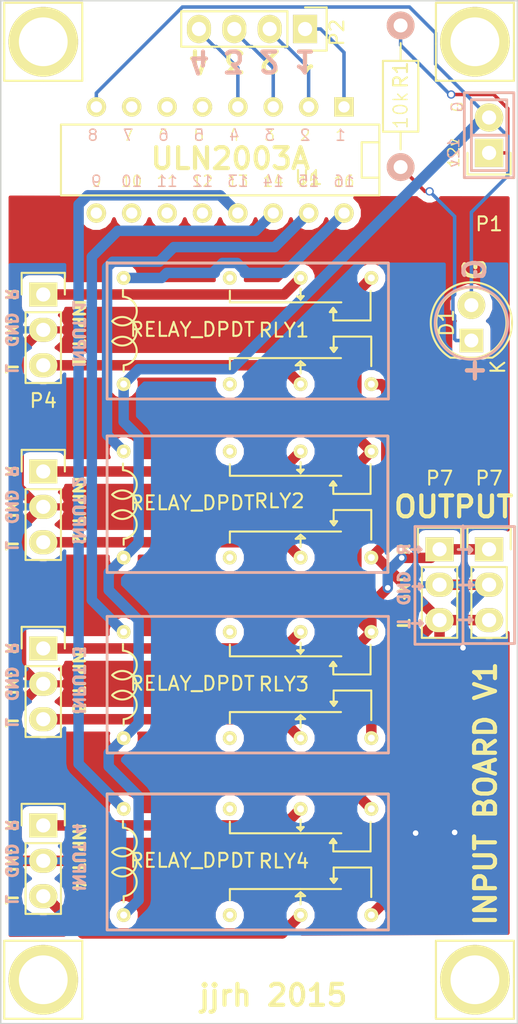
<source format=kicad_pcb>
(kicad_pcb (version 4) (host pcbnew 0.201508170901+6097~28~ubuntu14.04.1-product)

  (general
    (links 40)
    (no_connects 1)
    (area 115.519999 67.767999 152.704001 141.274001)
    (thickness 1.6)
    (drawings 169)
    (tracks 182)
    (zones 0)
    (modules 19)
    (nets 37)
  )

  (page A4)
  (layers
    (0 F.Cu signal hide)
    (31 B.Cu signal)
    (32 B.Adhes user)
    (33 F.Adhes user)
    (34 B.Paste user)
    (35 F.Paste user)
    (36 B.SilkS user)
    (37 F.SilkS user)
    (38 B.Mask user)
    (39 F.Mask user)
    (40 Dwgs.User user)
    (41 Cmts.User user)
    (42 Eco1.User user)
    (43 Eco2.User user)
    (44 Edge.Cuts user)
    (45 Margin user)
    (46 B.CrtYd user)
    (47 F.CrtYd user)
    (48 B.Fab user)
    (49 F.Fab user)
  )

  (setup
    (last_trace_width 0.25)
    (user_trace_width 0.75)
    (trace_clearance 0.2)
    (zone_clearance 0.508)
    (zone_45_only no)
    (trace_min 0.2)
    (segment_width 0.2)
    (edge_width 0.1)
    (via_size 0.6)
    (via_drill 0.4)
    (via_min_size 0.4)
    (via_min_drill 0.3)
    (uvia_size 0.3)
    (uvia_drill 0.1)
    (uvias_allowed no)
    (uvia_min_size 0.2)
    (uvia_min_drill 0.1)
    (pcb_text_width 0.3)
    (pcb_text_size 1.5 1.5)
    (mod_edge_width 0.15)
    (mod_text_size 1 1)
    (mod_text_width 0.15)
    (pad_size 1.5 1.5)
    (pad_drill 0.6)
    (pad_to_mask_clearance 0)
    (aux_axis_origin 0 0)
    (visible_elements FFFFFFFF)
    (pcbplotparams
      (layerselection 0x00030_80000001)
      (usegerberextensions false)
      (excludeedgelayer true)
      (linewidth 0.100000)
      (plotframeref false)
      (viasonmask false)
      (mode 1)
      (useauxorigin false)
      (hpglpennumber 1)
      (hpglpenspeed 20)
      (hpglpendiameter 15)
      (hpglpenoverlay 2)
      (psnegative false)
      (psa4output false)
      (plotreference true)
      (plotvalue true)
      (plotinvisibletext false)
      (padsonsilk false)
      (subtractmaskfromsilk false)
      (outputformat 1)
      (mirror false)
      (drillshape 1)
      (scaleselection 1)
      (outputdirectory ""))
  )

  (net 0 "")
  (net 1 +12V)
  (net 2 GND)
  (net 3 "Net-(P2-Pad1)")
  (net 4 "Net-(P2-Pad2)")
  (net 5 "Net-(P2-Pad3)")
  (net 6 "Net-(P2-Pad4)")
  (net 7 "Net-(RLY1-Pad1)")
  (net 8 "Net-(RLY1-Pad7)")
  (net 9 "Net-(RLY1-Pad2)")
  (net 10 R1_R_IN)
  (net 11 R1_L_IN)
  (net 12 R_OUT)
  (net 13 L_OUT)
  (net 14 "Net-(RLY2-Pad1)")
  (net 15 "Net-(RLY2-Pad7)")
  (net 16 "Net-(RLY2-Pad2)")
  (net 17 R2_R_IN)
  (net 18 R2_L_IN)
  (net 19 "Net-(RLY3-Pad1)")
  (net 20 "Net-(RLY3-Pad7)")
  (net 21 "Net-(RLY3-Pad2)")
  (net 22 R3_R_IN)
  (net 23 R3_L_IN)
  (net 24 "Net-(RLY4-Pad1)")
  (net 25 "Net-(RLY4-Pad7)")
  (net 26 "Net-(RLY4-Pad2)")
  (net 27 R4_R_IN)
  (net 28 R4_L_IN)
  (net 29 "Net-(U1-Pad5)")
  (net 30 "Net-(U1-Pad6)")
  (net 31 "Net-(U1-Pad7)")
  (net 32 "Net-(U1-Pad10)")
  (net 33 "Net-(U1-Pad11)")
  (net 34 "Net-(U1-Pad12)")
  (net 35 "Net-(D1-Pad1)")
  (net 36 R2_GND)

  (net_class Default "This is the default net class."
    (clearance 0.2)
    (trace_width 0.25)
    (via_dia 0.6)
    (via_drill 0.4)
    (uvia_dia 0.3)
    (uvia_drill 0.1)
    (add_net +12V)
    (add_net GND)
    (add_net L_OUT)
    (add_net "Net-(D1-Pad1)")
    (add_net "Net-(P2-Pad1)")
    (add_net "Net-(P2-Pad2)")
    (add_net "Net-(P2-Pad3)")
    (add_net "Net-(P2-Pad4)")
    (add_net "Net-(RLY1-Pad1)")
    (add_net "Net-(RLY1-Pad2)")
    (add_net "Net-(RLY1-Pad7)")
    (add_net "Net-(RLY2-Pad1)")
    (add_net "Net-(RLY2-Pad2)")
    (add_net "Net-(RLY2-Pad7)")
    (add_net "Net-(RLY3-Pad1)")
    (add_net "Net-(RLY3-Pad2)")
    (add_net "Net-(RLY3-Pad7)")
    (add_net "Net-(RLY4-Pad1)")
    (add_net "Net-(RLY4-Pad2)")
    (add_net "Net-(RLY4-Pad7)")
    (add_net "Net-(U1-Pad10)")
    (add_net "Net-(U1-Pad11)")
    (add_net "Net-(U1-Pad12)")
    (add_net "Net-(U1-Pad5)")
    (add_net "Net-(U1-Pad6)")
    (add_net "Net-(U1-Pad7)")
    (add_net R1_L_IN)
    (add_net R1_R_IN)
    (add_net R2_GND)
    (add_net R2_L_IN)
    (add_net R2_R_IN)
    (add_net R3_L_IN)
    (add_net R3_R_IN)
    (add_net R4_L_IN)
    (add_net R4_R_IN)
    (add_net R_OUT)
  )

  (net_class "analog signal" ""
    (clearance 0.2)
    (trace_width 0.75)
    (via_dia 0.6)
    (via_drill 0.4)
    (uvia_dia 0.3)
    (uvia_drill 0.1)
  )

  (module Pin_Headers:Pin_Header_Straight_1x03 (layer F.Cu) (tedit 0) (tstamp 55DAC2CF)
    (at 147.066 107.188)
    (descr "Through hole pin header")
    (tags "pin header")
    (path /55D7E34F)
    (fp_text reference P7 (at 0 -5.1) (layer F.SilkS)
      (effects (font (size 1 1) (thickness 0.15)))
    )
    (fp_text value OUTPUT (at 0 -3.1) (layer F.Fab)
      (effects (font (size 1 1) (thickness 0.15)))
    )
    (fp_line (start -1.75 -1.75) (end -1.75 6.85) (layer F.CrtYd) (width 0.05))
    (fp_line (start 1.75 -1.75) (end 1.75 6.85) (layer F.CrtYd) (width 0.05))
    (fp_line (start -1.75 -1.75) (end 1.75 -1.75) (layer F.CrtYd) (width 0.05))
    (fp_line (start -1.75 6.85) (end 1.75 6.85) (layer F.CrtYd) (width 0.05))
    (fp_line (start -1.27 1.27) (end -1.27 6.35) (layer F.SilkS) (width 0.15))
    (fp_line (start -1.27 6.35) (end 1.27 6.35) (layer F.SilkS) (width 0.15))
    (fp_line (start 1.27 6.35) (end 1.27 1.27) (layer F.SilkS) (width 0.15))
    (fp_line (start 1.55 -1.55) (end 1.55 0) (layer F.SilkS) (width 0.15))
    (fp_line (start 1.27 1.27) (end -1.27 1.27) (layer F.SilkS) (width 0.15))
    (fp_line (start -1.55 0) (end -1.55 -1.55) (layer F.SilkS) (width 0.15))
    (fp_line (start -1.55 -1.55) (end 1.55 -1.55) (layer F.SilkS) (width 0.15))
    (pad 1 thru_hole rect (at 0 0) (size 2.032 1.7272) (drill 1.016) (layers *.Cu *.Mask F.SilkS)
      (net 12 R_OUT))
    (pad 2 thru_hole oval (at 0 2.54) (size 2.032 1.7272) (drill 1.016) (layers *.Cu *.Mask F.SilkS)
      (net 36 R2_GND))
    (pad 3 thru_hole oval (at 0 5.08) (size 2.032 1.7272) (drill 1.016) (layers *.Cu *.Mask F.SilkS)
      (net 13 L_OUT))
    (model Pin_Headers.3dshapes/Pin_Header_Straight_1x03.wrl
      (at (xyz 0 -0.1 0))
      (scale (xyz 1 1 1))
      (rotate (xyz 0 0 90))
    )
  )

  (module Relays_ThroughHole:RY12w-k (layer F.Cu) (tedit 55D7C9D5) (tstamp 55D7ECD6)
    (at 123.19 86.614)
    (path /55C909E8)
    (fp_text reference RLY1 (at 12.7 4.85) (layer F.SilkS)
      (effects (font (size 1 1) (thickness 0.15)))
    )
    (fp_text value RELAY_DPDT (at 6.125 4.8) (layer F.SilkS)
      (effects (font (size 1 1) (thickness 0.15)))
    )
    (fp_line (start 1.15 2.425) (end 1.15 1.975) (layer F.SilkS) (width 0.15))
    (fp_line (start 1.2 7.375) (end 1.2 7.8) (layer F.SilkS) (width 0.15))
    (fp_arc (start 1.112132 3.480025) (end 1.15 2.45) (angle 222.8945173) (layer F.SilkS) (width 0.15))
    (fp_line (start 14.125 2.4) (end 13.9 2.65) (layer F.SilkS) (width 0.15))
    (fp_line (start 13.65 2.425) (end 14.125 2.4) (layer F.SilkS) (width 0.15))
    (fp_line (start 13.9 2.625) (end 13.65 2.425) (layer F.SilkS) (width 0.15))
    (fp_line (start 13.9 7.075) (end 13.9 7.1) (layer F.SilkS) (width 0.15))
    (fp_line (start 14.225 7.35) (end 13.9 7.075) (layer F.SilkS) (width 0.15))
    (fp_line (start 13.55 7.375) (end 14.225 7.35) (layer F.SilkS) (width 0.15))
    (fp_line (start 13.9 7.075) (end 13.55 7.375) (layer F.SilkS) (width 0.15))
    (fp_line (start 16 3.55) (end 16.225 3.25) (layer F.SilkS) (width 0.15))
    (fp_line (start 16.475 3.55) (end 16 3.55) (layer F.SilkS) (width 0.15))
    (fp_line (start 16.25 3.25) (end 16.475 3.55) (layer F.SilkS) (width 0.15))
    (fp_line (start 16.25 4.15) (end 16.25 3.25) (layer F.SilkS) (width 0.15))
    (fp_line (start 18.925 4.15) (end 16.25 4.15) (layer F.SilkS) (width 0.15))
    (fp_line (start 18.925 2.025) (end 18.925 4.15) (layer F.SilkS) (width 0.15))
    (fp_line (start 13.9 2.85) (end 16.825 2.85) (layer F.SilkS) (width 0.15))
    (fp_line (start 13.9 2.675) (end 13.9 1.875) (layer F.SilkS) (width 0.15))
    (fp_line (start 8.825 2.85) (end 13.9 2.85) (layer F.SilkS) (width 0.15))
    (fp_line (start 8.825 2.025) (end 8.825 2.85) (layer F.SilkS) (width 0.15))
    (fp_line (start 0 0) (end 0 9.8) (layer F.SilkS) (width 0.15))
    (fp_line (start 0 9.8) (end 20.2 9.8) (layer F.SilkS) (width 0.15))
    (fp_line (start 20.2 9.8) (end 20.2 0) (layer F.SilkS) (width 0.15))
    (fp_line (start 20.2 0) (end 0 0) (layer F.SilkS) (width 0.15))
    (fp_line (start 13.9 7.95) (end 13.9 7.125) (layer F.SilkS) (width 0.15))
    (fp_line (start 8.825 6.85) (end 8.825 7.65) (layer F.SilkS) (width 0.15))
    (fp_line (start 13.9 6.85) (end 8.825 6.85) (layer F.SilkS) (width 0.15))
    (fp_line (start 18.975 7.425) (end 18.975 5.3) (layer F.SilkS) (width 0.15))
    (fp_line (start 16.272981 5.307101) (end 18.947981 5.307101) (layer F.SilkS) (width 0.15))
    (fp_line (start 16.8 6.85) (end 13.875 6.85) (layer F.SilkS) (width 0.15))
    (fp_line (start 16.522981 6.107101) (end 16.297981 6.407101) (layer F.SilkS) (width 0.15))
    (fp_line (start 16.047981 6.107101) (end 16.522981 6.107101) (layer F.SilkS) (width 0.15))
    (fp_line (start 16.272981 6.407101) (end 16.047981 6.107101) (layer F.SilkS) (width 0.15))
    (fp_line (start 16.275 5.3) (end 16.275 6.2) (layer F.SilkS) (width 0.15))
    (fp_arc (start 1.1 4.925) (end 0.375216 4.200215) (angle 270) (layer F.SilkS) (width 0.15))
    (fp_arc (start 1.112131 6.343808) (end 0.387347 5.619023) (angle 220.129541) (layer F.SilkS) (width 0.15))
    (pad 1 thru_hole circle (at 1.2 1.1) (size 1 1) (drill 0.5) (layers *.Cu *.Mask F.SilkS)
      (net 7 "Net-(RLY1-Pad1)"))
    (pad 8 thru_hole circle (at 1.2 8.72) (size 1 1) (drill 0.5) (layers *.Cu *.Mask F.SilkS)
      (net 2 GND))
    (pad 7 thru_hole circle (at 8.82 8.72) (size 1 1) (drill 0.5) (layers *.Cu *.Mask F.SilkS)
      (net 8 "Net-(RLY1-Pad7)"))
    (pad 2 thru_hole circle (at 8.82 1.1) (size 1 1) (drill 0.5) (layers *.Cu *.Mask F.SilkS)
      (net 9 "Net-(RLY1-Pad2)"))
    (pad 3 thru_hole circle (at 13.9 1.1) (size 1 1) (drill 0.5) (layers *.Cu *.Mask F.SilkS)
      (net 10 R1_R_IN))
    (pad 6 thru_hole circle (at 13.9 8.72) (size 1 1) (drill 0.5) (layers *.Cu *.Mask F.SilkS)
      (net 11 R1_L_IN))
    (pad 4 thru_hole circle (at 18.98 1.1) (size 1 1) (drill 0.5) (layers *.Cu *.Mask F.SilkS)
      (net 12 R_OUT))
    (pad 5 thru_hole circle (at 18.98 8.72) (size 1 1) (drill 0.5) (layers *.Cu *.Mask F.SilkS)
      (net 13 L_OUT))
    (model Relays_ThroughHole.3dshapes/Relay_SPDS_OMRON-G6E.wrl
      (at (xyz 0.08 -0.33 0))
      (scale (xyz 1.3 1 1))
      (rotate (xyz 0 0 0))
    )
  )

  (module Pin_Headers:Pin_Header_Straight_1x02 (layer F.Cu) (tedit 55D8FDE4) (tstamp 55D7EC9E)
    (at 150.622 78.74 180)
    (descr "Through hole pin header")
    (tags "pin header")
    (path /55D7BCFF)
    (fp_text reference P1 (at 0 -5.1 180) (layer F.SilkS)
      (effects (font (size 1 1) (thickness 0.15)))
    )
    (fp_text value POWER (at 2.54 1.27 450) (layer F.Fab)
      (effects (font (size 1 1) (thickness 0.15)))
    )
    (fp_line (start 1.27 1.27) (end 1.27 3.81) (layer F.SilkS) (width 0.15))
    (fp_line (start 1.55 -1.55) (end 1.55 0) (layer F.SilkS) (width 0.15))
    (fp_line (start -1.75 -1.75) (end -1.75 4.3) (layer F.CrtYd) (width 0.05))
    (fp_line (start 1.75 -1.75) (end 1.75 4.3) (layer F.CrtYd) (width 0.05))
    (fp_line (start -1.75 -1.75) (end 1.75 -1.75) (layer F.CrtYd) (width 0.05))
    (fp_line (start -1.75 4.3) (end 1.75 4.3) (layer F.CrtYd) (width 0.05))
    (fp_line (start 1.27 1.27) (end -1.27 1.27) (layer F.SilkS) (width 0.15))
    (fp_line (start -1.55 0) (end -1.55 -1.55) (layer F.SilkS) (width 0.15))
    (fp_line (start -1.55 -1.55) (end 1.55 -1.55) (layer F.SilkS) (width 0.15))
    (fp_line (start -1.27 1.27) (end -1.27 3.81) (layer F.SilkS) (width 0.15))
    (fp_line (start -1.27 3.81) (end 1.27 3.81) (layer F.SilkS) (width 0.15))
    (pad 1 thru_hole rect (at 0 0 180) (size 2.032 2.032) (drill 1.016) (layers *.Cu *.Mask F.SilkS)
      (net 1 +12V))
    (pad 2 thru_hole oval (at 0 2.54 180) (size 2.032 2.032) (drill 1.016) (layers *.Cu *.Mask F.SilkS)
      (net 2 GND))
    (model Pin_Headers.3dshapes/Pin_Header_Straight_1x02.wrl
      (at (xyz 0 -0.05 0))
      (scale (xyz 1 1 1))
      (rotate (xyz 0 0 90))
    )
  )

  (module Pin_Headers:Pin_Header_Straight_1x04 (layer F.Cu) (tedit 55D93346) (tstamp 55D7ECA6)
    (at 137.414 69.85 270)
    (descr "Through hole pin header")
    (tags "pin header")
    (path /55CA4800)
    (fp_text reference P2 (at 0.254 -2.286 270) (layer F.SilkS)
      (effects (font (size 1 1) (thickness 0.15)))
    )
    (fp_text value CONN_01X04 (at -1.016 -3.302 270) (layer F.Fab)
      (effects (font (size 1 1) (thickness 0.15)))
    )
    (fp_line (start -1.75 -1.75) (end -1.75 9.4) (layer F.CrtYd) (width 0.05))
    (fp_line (start 1.75 -1.75) (end 1.75 9.4) (layer F.CrtYd) (width 0.05))
    (fp_line (start -1.75 -1.75) (end 1.75 -1.75) (layer F.CrtYd) (width 0.05))
    (fp_line (start -1.75 9.4) (end 1.75 9.4) (layer F.CrtYd) (width 0.05))
    (fp_line (start -1.27 1.27) (end -1.27 8.89) (layer F.SilkS) (width 0.15))
    (fp_line (start 1.27 1.27) (end 1.27 8.89) (layer F.SilkS) (width 0.15))
    (fp_line (start 1.55 -1.55) (end 1.55 0) (layer F.SilkS) (width 0.15))
    (fp_line (start -1.27 8.89) (end 1.27 8.89) (layer F.SilkS) (width 0.15))
    (fp_line (start 1.27 1.27) (end -1.27 1.27) (layer F.SilkS) (width 0.15))
    (fp_line (start -1.55 0) (end -1.55 -1.55) (layer F.SilkS) (width 0.15))
    (fp_line (start -1.55 -1.55) (end 1.55 -1.55) (layer F.SilkS) (width 0.15))
    (pad 1 thru_hole rect (at 0 0 270) (size 2.032 1.7272) (drill 1.016) (layers *.Cu *.Mask F.SilkS)
      (net 3 "Net-(P2-Pad1)"))
    (pad 2 thru_hole oval (at 0 2.54 270) (size 2.032 1.7272) (drill 1.016) (layers *.Cu *.Mask F.SilkS)
      (net 4 "Net-(P2-Pad2)"))
    (pad 3 thru_hole oval (at 0 5.08 270) (size 2.032 1.7272) (drill 1.016) (layers *.Cu *.Mask F.SilkS)
      (net 5 "Net-(P2-Pad3)"))
    (pad 4 thru_hole oval (at 0 7.62 270) (size 2.032 1.7272) (drill 1.016) (layers *.Cu *.Mask F.SilkS)
      (net 6 "Net-(P2-Pad4)"))
    (model Pin_Headers.3dshapes/Pin_Header_Straight_1x04.wrl
      (at (xyz 0 -0.15 0))
      (scale (xyz 1 1 1))
      (rotate (xyz 0 0 90))
    )
  )

  (module Relays_ThroughHole:RY12w-k (layer F.Cu) (tedit 55D918B6) (tstamp 55D7ED06)
    (at 123.19 99.06)
    (path /55CA3C4E)
    (fp_text reference RLY2 (at 12.376 4.656) (layer F.SilkS)
      (effects (font (size 1 1) (thickness 0.15)))
    )
    (fp_text value RELAY_DPDT (at 6.125 4.8) (layer F.SilkS)
      (effects (font (size 1 1) (thickness 0.15)))
    )
    (fp_line (start 1.15 2.425) (end 1.15 1.975) (layer F.SilkS) (width 0.15))
    (fp_line (start 1.2 7.375) (end 1.2 7.8) (layer F.SilkS) (width 0.15))
    (fp_arc (start 1.112132 3.480025) (end 1.15 2.45) (angle 222.8945173) (layer F.SilkS) (width 0.15))
    (fp_line (start 14.125 2.4) (end 13.9 2.65) (layer F.SilkS) (width 0.15))
    (fp_line (start 13.65 2.425) (end 14.125 2.4) (layer F.SilkS) (width 0.15))
    (fp_line (start 13.9 2.625) (end 13.65 2.425) (layer F.SilkS) (width 0.15))
    (fp_line (start 13.9 7.075) (end 13.9 7.1) (layer F.SilkS) (width 0.15))
    (fp_line (start 14.225 7.35) (end 13.9 7.075) (layer F.SilkS) (width 0.15))
    (fp_line (start 13.55 7.375) (end 14.225 7.35) (layer F.SilkS) (width 0.15))
    (fp_line (start 13.9 7.075) (end 13.55 7.375) (layer F.SilkS) (width 0.15))
    (fp_line (start 16 3.55) (end 16.225 3.25) (layer F.SilkS) (width 0.15))
    (fp_line (start 16.475 3.55) (end 16 3.55) (layer F.SilkS) (width 0.15))
    (fp_line (start 16.25 3.25) (end 16.475 3.55) (layer F.SilkS) (width 0.15))
    (fp_line (start 16.25 4.15) (end 16.25 3.25) (layer F.SilkS) (width 0.15))
    (fp_line (start 18.925 4.15) (end 16.25 4.15) (layer F.SilkS) (width 0.15))
    (fp_line (start 18.925 2.025) (end 18.925 4.15) (layer F.SilkS) (width 0.15))
    (fp_line (start 13.9 2.85) (end 16.825 2.85) (layer F.SilkS) (width 0.15))
    (fp_line (start 13.9 2.675) (end 13.9 1.875) (layer F.SilkS) (width 0.15))
    (fp_line (start 8.825 2.85) (end 13.9 2.85) (layer F.SilkS) (width 0.15))
    (fp_line (start 8.825 2.025) (end 8.825 2.85) (layer F.SilkS) (width 0.15))
    (fp_line (start 0 0) (end 0 9.8) (layer F.SilkS) (width 0.15))
    (fp_line (start 0 9.8) (end 20.2 9.8) (layer F.SilkS) (width 0.15))
    (fp_line (start 20.2 9.8) (end 20.2 0) (layer F.SilkS) (width 0.15))
    (fp_line (start 20.2 0) (end 0 0) (layer F.SilkS) (width 0.15))
    (fp_line (start 13.9 7.95) (end 13.9 7.125) (layer F.SilkS) (width 0.15))
    (fp_line (start 8.825 6.85) (end 8.825 7.65) (layer F.SilkS) (width 0.15))
    (fp_line (start 13.9 6.85) (end 8.825 6.85) (layer F.SilkS) (width 0.15))
    (fp_line (start 18.975 7.425) (end 18.975 5.3) (layer F.SilkS) (width 0.15))
    (fp_line (start 16.272981 5.307101) (end 18.947981 5.307101) (layer F.SilkS) (width 0.15))
    (fp_line (start 16.8 6.85) (end 13.875 6.85) (layer F.SilkS) (width 0.15))
    (fp_line (start 16.522981 6.107101) (end 16.297981 6.407101) (layer F.SilkS) (width 0.15))
    (fp_line (start 16.047981 6.107101) (end 16.522981 6.107101) (layer F.SilkS) (width 0.15))
    (fp_line (start 16.272981 6.407101) (end 16.047981 6.107101) (layer F.SilkS) (width 0.15))
    (fp_line (start 16.275 5.3) (end 16.275 6.2) (layer F.SilkS) (width 0.15))
    (fp_arc (start 1.1 4.925) (end 0.375216 4.200215) (angle 270) (layer F.SilkS) (width 0.15))
    (fp_arc (start 1.112131 6.343808) (end 0.387347 5.619023) (angle 220.129541) (layer F.SilkS) (width 0.15))
    (pad 1 thru_hole circle (at 1.2 1.1) (size 1 1) (drill 0.5) (layers *.Cu *.Mask F.SilkS)
      (net 14 "Net-(RLY2-Pad1)"))
    (pad 8 thru_hole circle (at 1.2 8.72) (size 1 1) (drill 0.5) (layers *.Cu *.Mask F.SilkS)
      (net 2 GND))
    (pad 7 thru_hole circle (at 8.82 8.72) (size 1 1) (drill 0.5) (layers *.Cu *.Mask F.SilkS)
      (net 15 "Net-(RLY2-Pad7)"))
    (pad 2 thru_hole circle (at 8.82 1.1) (size 1 1) (drill 0.5) (layers *.Cu *.Mask F.SilkS)
      (net 16 "Net-(RLY2-Pad2)"))
    (pad 3 thru_hole circle (at 13.9 1.1) (size 1 1) (drill 0.5) (layers *.Cu *.Mask F.SilkS)
      (net 17 R2_R_IN))
    (pad 6 thru_hole circle (at 13.9 8.72) (size 1 1) (drill 0.5) (layers *.Cu *.Mask F.SilkS)
      (net 18 R2_L_IN))
    (pad 4 thru_hole circle (at 18.98 1.1) (size 1 1) (drill 0.5) (layers *.Cu *.Mask F.SilkS)
      (net 12 R_OUT))
    (pad 5 thru_hole circle (at 18.98 8.72) (size 1 1) (drill 0.5) (layers *.Cu *.Mask F.SilkS)
      (net 13 L_OUT))
    (model Relays_ThroughHole.3dshapes/Relay_SPDS_OMRON-G6E.wrl
      (at (xyz 0.08 -0.33 0))
      (scale (xyz 1.3 1 1))
      (rotate (xyz 0 0 0))
    )
  )

  (module Relays_ThroughHole:RY12w-k (layer F.Cu) (tedit 55D7C9D5) (tstamp 55D7ED36)
    (at 123.19 112.014)
    (path /55CA3C6A)
    (fp_text reference RLY3 (at 12.7 4.85) (layer F.SilkS)
      (effects (font (size 1 1) (thickness 0.15)))
    )
    (fp_text value RELAY_DPDT (at 6.125 4.8) (layer F.SilkS)
      (effects (font (size 1 1) (thickness 0.15)))
    )
    (fp_line (start 1.15 2.425) (end 1.15 1.975) (layer F.SilkS) (width 0.15))
    (fp_line (start 1.2 7.375) (end 1.2 7.8) (layer F.SilkS) (width 0.15))
    (fp_arc (start 1.112132 3.480025) (end 1.15 2.45) (angle 222.8945173) (layer F.SilkS) (width 0.15))
    (fp_line (start 14.125 2.4) (end 13.9 2.65) (layer F.SilkS) (width 0.15))
    (fp_line (start 13.65 2.425) (end 14.125 2.4) (layer F.SilkS) (width 0.15))
    (fp_line (start 13.9 2.625) (end 13.65 2.425) (layer F.SilkS) (width 0.15))
    (fp_line (start 13.9 7.075) (end 13.9 7.1) (layer F.SilkS) (width 0.15))
    (fp_line (start 14.225 7.35) (end 13.9 7.075) (layer F.SilkS) (width 0.15))
    (fp_line (start 13.55 7.375) (end 14.225 7.35) (layer F.SilkS) (width 0.15))
    (fp_line (start 13.9 7.075) (end 13.55 7.375) (layer F.SilkS) (width 0.15))
    (fp_line (start 16 3.55) (end 16.225 3.25) (layer F.SilkS) (width 0.15))
    (fp_line (start 16.475 3.55) (end 16 3.55) (layer F.SilkS) (width 0.15))
    (fp_line (start 16.25 3.25) (end 16.475 3.55) (layer F.SilkS) (width 0.15))
    (fp_line (start 16.25 4.15) (end 16.25 3.25) (layer F.SilkS) (width 0.15))
    (fp_line (start 18.925 4.15) (end 16.25 4.15) (layer F.SilkS) (width 0.15))
    (fp_line (start 18.925 2.025) (end 18.925 4.15) (layer F.SilkS) (width 0.15))
    (fp_line (start 13.9 2.85) (end 16.825 2.85) (layer F.SilkS) (width 0.15))
    (fp_line (start 13.9 2.675) (end 13.9 1.875) (layer F.SilkS) (width 0.15))
    (fp_line (start 8.825 2.85) (end 13.9 2.85) (layer F.SilkS) (width 0.15))
    (fp_line (start 8.825 2.025) (end 8.825 2.85) (layer F.SilkS) (width 0.15))
    (fp_line (start 0 0) (end 0 9.8) (layer F.SilkS) (width 0.15))
    (fp_line (start 0 9.8) (end 20.2 9.8) (layer F.SilkS) (width 0.15))
    (fp_line (start 20.2 9.8) (end 20.2 0) (layer F.SilkS) (width 0.15))
    (fp_line (start 20.2 0) (end 0 0) (layer F.SilkS) (width 0.15))
    (fp_line (start 13.9 7.95) (end 13.9 7.125) (layer F.SilkS) (width 0.15))
    (fp_line (start 8.825 6.85) (end 8.825 7.65) (layer F.SilkS) (width 0.15))
    (fp_line (start 13.9 6.85) (end 8.825 6.85) (layer F.SilkS) (width 0.15))
    (fp_line (start 18.975 7.425) (end 18.975 5.3) (layer F.SilkS) (width 0.15))
    (fp_line (start 16.272981 5.307101) (end 18.947981 5.307101) (layer F.SilkS) (width 0.15))
    (fp_line (start 16.8 6.85) (end 13.875 6.85) (layer F.SilkS) (width 0.15))
    (fp_line (start 16.522981 6.107101) (end 16.297981 6.407101) (layer F.SilkS) (width 0.15))
    (fp_line (start 16.047981 6.107101) (end 16.522981 6.107101) (layer F.SilkS) (width 0.15))
    (fp_line (start 16.272981 6.407101) (end 16.047981 6.107101) (layer F.SilkS) (width 0.15))
    (fp_line (start 16.275 5.3) (end 16.275 6.2) (layer F.SilkS) (width 0.15))
    (fp_arc (start 1.1 4.925) (end 0.375216 4.200215) (angle 270) (layer F.SilkS) (width 0.15))
    (fp_arc (start 1.112131 6.343808) (end 0.387347 5.619023) (angle 220.129541) (layer F.SilkS) (width 0.15))
    (pad 1 thru_hole circle (at 1.2 1.1) (size 1 1) (drill 0.5) (layers *.Cu *.Mask F.SilkS)
      (net 19 "Net-(RLY3-Pad1)"))
    (pad 8 thru_hole circle (at 1.2 8.72) (size 1 1) (drill 0.5) (layers *.Cu *.Mask F.SilkS)
      (net 2 GND))
    (pad 7 thru_hole circle (at 8.82 8.72) (size 1 1) (drill 0.5) (layers *.Cu *.Mask F.SilkS)
      (net 20 "Net-(RLY3-Pad7)"))
    (pad 2 thru_hole circle (at 8.82 1.1) (size 1 1) (drill 0.5) (layers *.Cu *.Mask F.SilkS)
      (net 21 "Net-(RLY3-Pad2)"))
    (pad 3 thru_hole circle (at 13.9 1.1) (size 1 1) (drill 0.5) (layers *.Cu *.Mask F.SilkS)
      (net 22 R3_R_IN))
    (pad 6 thru_hole circle (at 13.9 8.72) (size 1 1) (drill 0.5) (layers *.Cu *.Mask F.SilkS)
      (net 23 R3_L_IN))
    (pad 4 thru_hole circle (at 18.98 1.1) (size 1 1) (drill 0.5) (layers *.Cu *.Mask F.SilkS)
      (net 12 R_OUT))
    (pad 5 thru_hole circle (at 18.98 8.72) (size 1 1) (drill 0.5) (layers *.Cu *.Mask F.SilkS)
      (net 13 L_OUT))
    (model Relays_ThroughHole.3dshapes/Relay_SPDS_OMRON-G6E.wrl
      (at (xyz 0.08 -0.33 0))
      (scale (xyz 1.3 1 1))
      (rotate (xyz 0 0 0))
    )
  )

  (module Relays_ThroughHole:RY12w-k (layer F.Cu) (tedit 55D7C9D5) (tstamp 55D7ED66)
    (at 123.19 124.714)
    (path /55CA3CE3)
    (fp_text reference RLY4 (at 12.7 4.85) (layer F.SilkS)
      (effects (font (size 1 1) (thickness 0.15)))
    )
    (fp_text value RELAY_DPDT (at 6.125 4.8) (layer F.SilkS)
      (effects (font (size 1 1) (thickness 0.15)))
    )
    (fp_line (start 1.15 2.425) (end 1.15 1.975) (layer F.SilkS) (width 0.15))
    (fp_line (start 1.2 7.375) (end 1.2 7.8) (layer F.SilkS) (width 0.15))
    (fp_arc (start 1.112132 3.480025) (end 1.15 2.45) (angle 222.8945173) (layer F.SilkS) (width 0.15))
    (fp_line (start 14.125 2.4) (end 13.9 2.65) (layer F.SilkS) (width 0.15))
    (fp_line (start 13.65 2.425) (end 14.125 2.4) (layer F.SilkS) (width 0.15))
    (fp_line (start 13.9 2.625) (end 13.65 2.425) (layer F.SilkS) (width 0.15))
    (fp_line (start 13.9 7.075) (end 13.9 7.1) (layer F.SilkS) (width 0.15))
    (fp_line (start 14.225 7.35) (end 13.9 7.075) (layer F.SilkS) (width 0.15))
    (fp_line (start 13.55 7.375) (end 14.225 7.35) (layer F.SilkS) (width 0.15))
    (fp_line (start 13.9 7.075) (end 13.55 7.375) (layer F.SilkS) (width 0.15))
    (fp_line (start 16 3.55) (end 16.225 3.25) (layer F.SilkS) (width 0.15))
    (fp_line (start 16.475 3.55) (end 16 3.55) (layer F.SilkS) (width 0.15))
    (fp_line (start 16.25 3.25) (end 16.475 3.55) (layer F.SilkS) (width 0.15))
    (fp_line (start 16.25 4.15) (end 16.25 3.25) (layer F.SilkS) (width 0.15))
    (fp_line (start 18.925 4.15) (end 16.25 4.15) (layer F.SilkS) (width 0.15))
    (fp_line (start 18.925 2.025) (end 18.925 4.15) (layer F.SilkS) (width 0.15))
    (fp_line (start 13.9 2.85) (end 16.825 2.85) (layer F.SilkS) (width 0.15))
    (fp_line (start 13.9 2.675) (end 13.9 1.875) (layer F.SilkS) (width 0.15))
    (fp_line (start 8.825 2.85) (end 13.9 2.85) (layer F.SilkS) (width 0.15))
    (fp_line (start 8.825 2.025) (end 8.825 2.85) (layer F.SilkS) (width 0.15))
    (fp_line (start 0 0) (end 0 9.8) (layer F.SilkS) (width 0.15))
    (fp_line (start 0 9.8) (end 20.2 9.8) (layer F.SilkS) (width 0.15))
    (fp_line (start 20.2 9.8) (end 20.2 0) (layer F.SilkS) (width 0.15))
    (fp_line (start 20.2 0) (end 0 0) (layer F.SilkS) (width 0.15))
    (fp_line (start 13.9 7.95) (end 13.9 7.125) (layer F.SilkS) (width 0.15))
    (fp_line (start 8.825 6.85) (end 8.825 7.65) (layer F.SilkS) (width 0.15))
    (fp_line (start 13.9 6.85) (end 8.825 6.85) (layer F.SilkS) (width 0.15))
    (fp_line (start 18.975 7.425) (end 18.975 5.3) (layer F.SilkS) (width 0.15))
    (fp_line (start 16.272981 5.307101) (end 18.947981 5.307101) (layer F.SilkS) (width 0.15))
    (fp_line (start 16.8 6.85) (end 13.875 6.85) (layer F.SilkS) (width 0.15))
    (fp_line (start 16.522981 6.107101) (end 16.297981 6.407101) (layer F.SilkS) (width 0.15))
    (fp_line (start 16.047981 6.107101) (end 16.522981 6.107101) (layer F.SilkS) (width 0.15))
    (fp_line (start 16.272981 6.407101) (end 16.047981 6.107101) (layer F.SilkS) (width 0.15))
    (fp_line (start 16.275 5.3) (end 16.275 6.2) (layer F.SilkS) (width 0.15))
    (fp_arc (start 1.1 4.925) (end 0.375216 4.200215) (angle 270) (layer F.SilkS) (width 0.15))
    (fp_arc (start 1.112131 6.343808) (end 0.387347 5.619023) (angle 220.129541) (layer F.SilkS) (width 0.15))
    (pad 1 thru_hole circle (at 1.2 1.1) (size 1 1) (drill 0.5) (layers *.Cu *.Mask F.SilkS)
      (net 24 "Net-(RLY4-Pad1)"))
    (pad 8 thru_hole circle (at 1.2 8.72) (size 1 1) (drill 0.5) (layers *.Cu *.Mask F.SilkS)
      (net 2 GND))
    (pad 7 thru_hole circle (at 8.82 8.72) (size 1 1) (drill 0.5) (layers *.Cu *.Mask F.SilkS)
      (net 25 "Net-(RLY4-Pad7)"))
    (pad 2 thru_hole circle (at 8.82 1.1) (size 1 1) (drill 0.5) (layers *.Cu *.Mask F.SilkS)
      (net 26 "Net-(RLY4-Pad2)"))
    (pad 3 thru_hole circle (at 13.9 1.1) (size 1 1) (drill 0.5) (layers *.Cu *.Mask F.SilkS)
      (net 27 R4_R_IN))
    (pad 6 thru_hole circle (at 13.9 8.72) (size 1 1) (drill 0.5) (layers *.Cu *.Mask F.SilkS)
      (net 28 R4_L_IN))
    (pad 4 thru_hole circle (at 18.98 1.1) (size 1 1) (drill 0.5) (layers *.Cu *.Mask F.SilkS)
      (net 12 R_OUT))
    (pad 5 thru_hole circle (at 18.98 8.72) (size 1 1) (drill 0.5) (layers *.Cu *.Mask F.SilkS)
      (net 13 L_OUT))
    (model Relays_ThroughHole.3dshapes/Relay_SPDS_OMRON-G6E.wrl
      (at (xyz 0.08 -0.33 0))
      (scale (xyz 1.3 1 1))
      (rotate (xyz 0 0 0))
    )
  )

  (module Sockets_DIP:DIP-16__300 (layer F.Cu) (tedit 0) (tstamp 55D7ED7A)
    (at 131.318 79.248 180)
    (descr "16 pins DIL package, round pads")
    (tags DIL)
    (path /55C90C2E)
    (fp_text reference U1 (at -6.35 -1.27 180) (layer F.SilkS)
      (effects (font (size 1 1) (thickness 0.15)))
    )
    (fp_text value ULN2003A (at 2.54 1.27 180) (layer F.Fab)
      (effects (font (size 1 1) (thickness 0.15)))
    )
    (fp_line (start -11.43 -1.27) (end -11.43 -1.27) (layer F.SilkS) (width 0.15))
    (fp_line (start -11.43 -1.27) (end -10.16 -1.27) (layer F.SilkS) (width 0.15))
    (fp_line (start -10.16 -1.27) (end -10.16 1.27) (layer F.SilkS) (width 0.15))
    (fp_line (start -10.16 1.27) (end -11.43 1.27) (layer F.SilkS) (width 0.15))
    (fp_line (start -11.43 -2.54) (end 11.43 -2.54) (layer F.SilkS) (width 0.15))
    (fp_line (start 11.43 -2.54) (end 11.43 2.54) (layer F.SilkS) (width 0.15))
    (fp_line (start 11.43 2.54) (end -11.43 2.54) (layer F.SilkS) (width 0.15))
    (fp_line (start -11.43 2.54) (end -11.43 -2.54) (layer F.SilkS) (width 0.15))
    (pad 1 thru_hole rect (at -8.89 3.81 180) (size 1.397 1.397) (drill 0.8128) (layers *.Cu *.Mask F.SilkS)
      (net 3 "Net-(P2-Pad1)"))
    (pad 2 thru_hole circle (at -6.35 3.81 180) (size 1.397 1.397) (drill 0.8128) (layers *.Cu *.Mask F.SilkS)
      (net 4 "Net-(P2-Pad2)"))
    (pad 3 thru_hole circle (at -3.81 3.81 180) (size 1.397 1.397) (drill 0.8128) (layers *.Cu *.Mask F.SilkS)
      (net 5 "Net-(P2-Pad3)"))
    (pad 4 thru_hole circle (at -1.27 3.81 180) (size 1.397 1.397) (drill 0.8128) (layers *.Cu *.Mask F.SilkS)
      (net 6 "Net-(P2-Pad4)"))
    (pad 5 thru_hole circle (at 1.27 3.81 180) (size 1.397 1.397) (drill 0.8128) (layers *.Cu *.Mask F.SilkS)
      (net 29 "Net-(U1-Pad5)"))
    (pad 6 thru_hole circle (at 3.81 3.81 180) (size 1.397 1.397) (drill 0.8128) (layers *.Cu *.Mask F.SilkS)
      (net 30 "Net-(U1-Pad6)"))
    (pad 7 thru_hole circle (at 6.35 3.81 180) (size 1.397 1.397) (drill 0.8128) (layers *.Cu *.Mask F.SilkS)
      (net 31 "Net-(U1-Pad7)"))
    (pad 8 thru_hole circle (at 8.89 3.81 180) (size 1.397 1.397) (drill 0.8128) (layers *.Cu *.Mask F.SilkS)
      (net 2 GND))
    (pad 9 thru_hole circle (at 8.89 -3.81 180) (size 1.397 1.397) (drill 0.8128) (layers *.Cu *.Mask F.SilkS)
      (net 1 +12V))
    (pad 10 thru_hole circle (at 6.35 -3.81 180) (size 1.397 1.397) (drill 0.8128) (layers *.Cu *.Mask F.SilkS)
      (net 32 "Net-(U1-Pad10)"))
    (pad 11 thru_hole circle (at 3.81 -3.81 180) (size 1.397 1.397) (drill 0.8128) (layers *.Cu *.Mask F.SilkS)
      (net 33 "Net-(U1-Pad11)"))
    (pad 12 thru_hole circle (at 1.27 -3.81 180) (size 1.397 1.397) (drill 0.8128) (layers *.Cu *.Mask F.SilkS)
      (net 34 "Net-(U1-Pad12)"))
    (pad 13 thru_hole circle (at -1.27 -3.81 180) (size 1.397 1.397) (drill 0.8128) (layers *.Cu *.Mask F.SilkS)
      (net 24 "Net-(RLY4-Pad1)"))
    (pad 14 thru_hole circle (at -3.81 -3.81 180) (size 1.397 1.397) (drill 0.8128) (layers *.Cu *.Mask F.SilkS)
      (net 19 "Net-(RLY3-Pad1)"))
    (pad 15 thru_hole circle (at -6.35 -3.81 180) (size 1.397 1.397) (drill 0.8128) (layers *.Cu *.Mask F.SilkS)
      (net 14 "Net-(RLY2-Pad1)"))
    (pad 16 thru_hole circle (at -8.89 -3.81 180) (size 1.397 1.397) (drill 0.8128) (layers *.Cu *.Mask F.SilkS)
      (net 7 "Net-(RLY1-Pad1)"))
    (model Sockets_DIP.3dshapes/DIP-16__300.wrl
      (at (xyz 0 0 0))
      (scale (xyz 1 1 1))
      (rotate (xyz 0 0 0))
    )
  )

  (module Pin_Headers:Pin_Header_Straight_1x03 (layer F.Cu) (tedit 55D91681) (tstamp 55D7EECC)
    (at 118.618 88.9)
    (descr "Through hole pin header")
    (tags "pin header")
    (path /55D7DD92)
    (fp_text reference P3 (at -17.78 13.462) (layer F.SilkS)
      (effects (font (size 1 1) (thickness 0.15)))
    )
    (fp_text value INPUT_1 (at 0 -3.1) (layer F.Fab)
      (effects (font (size 1 1) (thickness 0.15)))
    )
    (fp_line (start -1.75 -1.75) (end -1.75 6.85) (layer F.CrtYd) (width 0.05))
    (fp_line (start 1.75 -1.75) (end 1.75 6.85) (layer F.CrtYd) (width 0.05))
    (fp_line (start -1.75 -1.75) (end 1.75 -1.75) (layer F.CrtYd) (width 0.05))
    (fp_line (start -1.75 6.85) (end 1.75 6.85) (layer F.CrtYd) (width 0.05))
    (fp_line (start -1.27 1.27) (end -1.27 6.35) (layer F.SilkS) (width 0.15))
    (fp_line (start -1.27 6.35) (end 1.27 6.35) (layer F.SilkS) (width 0.15))
    (fp_line (start 1.27 6.35) (end 1.27 1.27) (layer F.SilkS) (width 0.15))
    (fp_line (start 1.55 -1.55) (end 1.55 0) (layer F.SilkS) (width 0.15))
    (fp_line (start 1.27 1.27) (end -1.27 1.27) (layer F.SilkS) (width 0.15))
    (fp_line (start -1.55 0) (end -1.55 -1.55) (layer F.SilkS) (width 0.15))
    (fp_line (start -1.55 -1.55) (end 1.55 -1.55) (layer F.SilkS) (width 0.15))
    (pad 1 thru_hole rect (at 0 0) (size 2.032 1.7272) (drill 1.016) (layers *.Cu *.Mask F.SilkS)
      (net 10 R1_R_IN))
    (pad 2 thru_hole oval (at 0 2.54) (size 2.032 1.7272) (drill 1.016) (layers *.Cu *.Mask F.SilkS)
      (net 36 R2_GND))
    (pad 3 thru_hole oval (at 0 5.08) (size 2.032 1.7272) (drill 1.016) (layers *.Cu *.Mask F.SilkS)
      (net 11 R1_L_IN))
    (model Pin_Headers.3dshapes/Pin_Header_Straight_1x03.wrl
      (at (xyz 0 -0.1 0))
      (scale (xyz 1 1 1))
      (rotate (xyz 0 0 90))
    )
  )

  (module Pin_Headers:Pin_Header_Straight_1x03 (layer F.Cu) (tedit 0) (tstamp 55D7EED3)
    (at 118.618 101.6)
    (descr "Through hole pin header")
    (tags "pin header")
    (path /55D7DDF9)
    (fp_text reference P4 (at 0 -5.08) (layer F.SilkS)
      (effects (font (size 1 1) (thickness 0.15)))
    )
    (fp_text value INPUT_2 (at 0 -3.1) (layer F.Fab)
      (effects (font (size 1 1) (thickness 0.15)))
    )
    (fp_line (start -1.75 -1.75) (end -1.75 6.85) (layer F.CrtYd) (width 0.05))
    (fp_line (start 1.75 -1.75) (end 1.75 6.85) (layer F.CrtYd) (width 0.05))
    (fp_line (start -1.75 -1.75) (end 1.75 -1.75) (layer F.CrtYd) (width 0.05))
    (fp_line (start -1.75 6.85) (end 1.75 6.85) (layer F.CrtYd) (width 0.05))
    (fp_line (start -1.27 1.27) (end -1.27 6.35) (layer F.SilkS) (width 0.15))
    (fp_line (start -1.27 6.35) (end 1.27 6.35) (layer F.SilkS) (width 0.15))
    (fp_line (start 1.27 6.35) (end 1.27 1.27) (layer F.SilkS) (width 0.15))
    (fp_line (start 1.55 -1.55) (end 1.55 0) (layer F.SilkS) (width 0.15))
    (fp_line (start 1.27 1.27) (end -1.27 1.27) (layer F.SilkS) (width 0.15))
    (fp_line (start -1.55 0) (end -1.55 -1.55) (layer F.SilkS) (width 0.15))
    (fp_line (start -1.55 -1.55) (end 1.55 -1.55) (layer F.SilkS) (width 0.15))
    (pad 1 thru_hole rect (at 0 0) (size 2.032 1.7272) (drill 1.016) (layers *.Cu *.Mask F.SilkS)
      (net 17 R2_R_IN))
    (pad 2 thru_hole oval (at 0 2.54) (size 2.032 1.7272) (drill 1.016) (layers *.Cu *.Mask F.SilkS)
      (net 36 R2_GND))
    (pad 3 thru_hole oval (at 0 5.08) (size 2.032 1.7272) (drill 1.016) (layers *.Cu *.Mask F.SilkS)
      (net 18 R2_L_IN))
    (model Pin_Headers.3dshapes/Pin_Header_Straight_1x03.wrl
      (at (xyz 0 -0.1 0))
      (scale (xyz 1 1 1))
      (rotate (xyz 0 0 90))
    )
  )

  (module Pin_Headers:Pin_Header_Straight_1x03 (layer F.Cu) (tedit 55D9167F) (tstamp 55D7EEDA)
    (at 118.618 114.3)
    (descr "Through hole pin header")
    (tags "pin header")
    (path /55D7DE4E)
    (fp_text reference P5 (at -14.224 1.27) (layer F.SilkS)
      (effects (font (size 1 1) (thickness 0.15)))
    )
    (fp_text value INPUT_3 (at 0 -3.1) (layer F.Fab)
      (effects (font (size 1 1) (thickness 0.15)))
    )
    (fp_line (start -1.75 -1.75) (end -1.75 6.85) (layer F.CrtYd) (width 0.05))
    (fp_line (start 1.75 -1.75) (end 1.75 6.85) (layer F.CrtYd) (width 0.05))
    (fp_line (start -1.75 -1.75) (end 1.75 -1.75) (layer F.CrtYd) (width 0.05))
    (fp_line (start -1.75 6.85) (end 1.75 6.85) (layer F.CrtYd) (width 0.05))
    (fp_line (start -1.27 1.27) (end -1.27 6.35) (layer F.SilkS) (width 0.15))
    (fp_line (start -1.27 6.35) (end 1.27 6.35) (layer F.SilkS) (width 0.15))
    (fp_line (start 1.27 6.35) (end 1.27 1.27) (layer F.SilkS) (width 0.15))
    (fp_line (start 1.55 -1.55) (end 1.55 0) (layer F.SilkS) (width 0.15))
    (fp_line (start 1.27 1.27) (end -1.27 1.27) (layer F.SilkS) (width 0.15))
    (fp_line (start -1.55 0) (end -1.55 -1.55) (layer F.SilkS) (width 0.15))
    (fp_line (start -1.55 -1.55) (end 1.55 -1.55) (layer F.SilkS) (width 0.15))
    (pad 1 thru_hole rect (at 0 0) (size 2.032 1.7272) (drill 1.016) (layers *.Cu *.Mask F.SilkS)
      (net 22 R3_R_IN))
    (pad 2 thru_hole oval (at 0 2.54) (size 2.032 1.7272) (drill 1.016) (layers *.Cu *.Mask F.SilkS)
      (net 36 R2_GND))
    (pad 3 thru_hole oval (at 0 5.08) (size 2.032 1.7272) (drill 1.016) (layers *.Cu *.Mask F.SilkS)
      (net 23 R3_L_IN))
    (model Pin_Headers.3dshapes/Pin_Header_Straight_1x03.wrl
      (at (xyz 0 -0.1 0))
      (scale (xyz 1 1 1))
      (rotate (xyz 0 0 90))
    )
  )

  (module Pin_Headers:Pin_Header_Straight_1x03 (layer F.Cu) (tedit 55D9167D) (tstamp 55D7EEE1)
    (at 118.618 127)
    (descr "Through hole pin header")
    (tags "pin header")
    (path /55D7DEAC)
    (fp_text reference P6 (at -10.668 -7.874) (layer F.SilkS)
      (effects (font (size 1 1) (thickness 0.15)))
    )
    (fp_text value INPUT_4 (at 0 -3.1) (layer F.Fab)
      (effects (font (size 1 1) (thickness 0.15)))
    )
    (fp_line (start -1.75 -1.75) (end -1.75 6.85) (layer F.CrtYd) (width 0.05))
    (fp_line (start 1.75 -1.75) (end 1.75 6.85) (layer F.CrtYd) (width 0.05))
    (fp_line (start -1.75 -1.75) (end 1.75 -1.75) (layer F.CrtYd) (width 0.05))
    (fp_line (start -1.75 6.85) (end 1.75 6.85) (layer F.CrtYd) (width 0.05))
    (fp_line (start -1.27 1.27) (end -1.27 6.35) (layer F.SilkS) (width 0.15))
    (fp_line (start -1.27 6.35) (end 1.27 6.35) (layer F.SilkS) (width 0.15))
    (fp_line (start 1.27 6.35) (end 1.27 1.27) (layer F.SilkS) (width 0.15))
    (fp_line (start 1.55 -1.55) (end 1.55 0) (layer F.SilkS) (width 0.15))
    (fp_line (start 1.27 1.27) (end -1.27 1.27) (layer F.SilkS) (width 0.15))
    (fp_line (start -1.55 0) (end -1.55 -1.55) (layer F.SilkS) (width 0.15))
    (fp_line (start -1.55 -1.55) (end 1.55 -1.55) (layer F.SilkS) (width 0.15))
    (pad 1 thru_hole rect (at 0 0) (size 2.032 1.7272) (drill 1.016) (layers *.Cu *.Mask F.SilkS)
      (net 27 R4_R_IN))
    (pad 2 thru_hole oval (at 0 2.54) (size 2.032 1.7272) (drill 1.016) (layers *.Cu *.Mask F.SilkS)
      (net 36 R2_GND))
    (pad 3 thru_hole oval (at 0 5.08) (size 2.032 1.7272) (drill 1.016) (layers *.Cu *.Mask F.SilkS)
      (net 28 R4_L_IN))
    (model Pin_Headers.3dshapes/Pin_Header_Straight_1x03.wrl
      (at (xyz 0 -0.1 0))
      (scale (xyz 1 1 1))
      (rotate (xyz 0 0 90))
    )
  )

  (module Pin_Headers:Pin_Header_Straight_1x03 (layer F.Cu) (tedit 0) (tstamp 55D7EEE8)
    (at 150.622 107.188)
    (descr "Through hole pin header")
    (tags "pin header")
    (path /55D7E34F)
    (fp_text reference P7 (at 0 -5.1) (layer F.SilkS)
      (effects (font (size 1 1) (thickness 0.15)))
    )
    (fp_text value OUTPUT (at 0 -3.1) (layer F.Fab)
      (effects (font (size 1 1) (thickness 0.15)))
    )
    (fp_line (start -1.75 -1.75) (end -1.75 6.85) (layer F.CrtYd) (width 0.05))
    (fp_line (start 1.75 -1.75) (end 1.75 6.85) (layer F.CrtYd) (width 0.05))
    (fp_line (start -1.75 -1.75) (end 1.75 -1.75) (layer F.CrtYd) (width 0.05))
    (fp_line (start -1.75 6.85) (end 1.75 6.85) (layer F.CrtYd) (width 0.05))
    (fp_line (start -1.27 1.27) (end -1.27 6.35) (layer F.SilkS) (width 0.15))
    (fp_line (start -1.27 6.35) (end 1.27 6.35) (layer F.SilkS) (width 0.15))
    (fp_line (start 1.27 6.35) (end 1.27 1.27) (layer F.SilkS) (width 0.15))
    (fp_line (start 1.55 -1.55) (end 1.55 0) (layer F.SilkS) (width 0.15))
    (fp_line (start 1.27 1.27) (end -1.27 1.27) (layer F.SilkS) (width 0.15))
    (fp_line (start -1.55 0) (end -1.55 -1.55) (layer F.SilkS) (width 0.15))
    (fp_line (start -1.55 -1.55) (end 1.55 -1.55) (layer F.SilkS) (width 0.15))
    (pad 1 thru_hole rect (at 0 0) (size 2.032 1.7272) (drill 1.016) (layers *.Cu *.Mask F.SilkS)
      (net 12 R_OUT))
    (pad 2 thru_hole oval (at 0 2.54) (size 2.032 1.7272) (drill 1.016) (layers *.Cu *.Mask F.SilkS)
      (net 36 R2_GND))
    (pad 3 thru_hole oval (at 0 5.08) (size 2.032 1.7272) (drill 1.016) (layers *.Cu *.Mask F.SilkS)
      (net 13 L_OUT))
    (model Pin_Headers.3dshapes/Pin_Header_Straight_1x03.wrl
      (at (xyz 0 -0.1 0))
      (scale (xyz 1 1 1))
      (rotate (xyz 0 0 90))
    )
  )

  (module LEDs:LED-5MM (layer F.Cu) (tedit 55D934C0) (tstamp 55D8FDC0)
    (at 149.352 92.202 90)
    (descr "LED vertical 5mm")
    (tags "LED-5MM LED 5mm")
    (path /55D904C0)
    (fp_text reference D1 (at 1.27 -1.778 90) (layer F.SilkS)
      (effects (font (size 1 1) (thickness 0.15)))
    )
    (fp_text value LED (at 1.35 -3.75 90) (layer F.Fab)
      (effects (font (size 1 1) (thickness 0.15)))
    )
    (fp_line (start 4.4 -3.15) (end 4.4 3.15) (layer F.CrtYd) (width 0.05))
    (fp_line (start -1.5 -3.15) (end -1.5 3.15) (layer F.CrtYd) (width 0.05))
    (fp_line (start -1.5 3.15) (end 4.4 3.15) (layer F.CrtYd) (width 0.05))
    (fp_line (start -1.5 -3.15) (end 4.4 -3.15) (layer F.CrtYd) (width 0.05))
    (fp_arc (start 1.26866 0) (end -1.23134 -1.5) (angle 297.5) (layer F.SilkS) (width 0.15))
    (fp_line (start -1.23134 1.5) (end -1.23134 -1.5) (layer F.SilkS) (width 0.15))
    (fp_circle (center 1.26866 0) (end 0.96866 -2.5) (layer F.SilkS) (width 0.15))
    (fp_text user K (at -1.90634 1.905 90) (layer F.SilkS)
      (effects (font (size 1 1) (thickness 0.15)))
    )
    (pad 1 thru_hole rect (at -0.00134 0 180) (size 1.69926 1.69926) (drill 1.00076) (layers *.Cu *.Mask F.SilkS)
      (net 35 "Net-(D1-Pad1)"))
    (pad 2 thru_hole circle (at 2.53866 0 90) (size 1.99898 1.99898) (drill 1.00076) (layers *.Cu *.Mask F.SilkS)
      (net 2 GND))
    (model LEDs.3dshapes/LED-5MM.wrl
      (at (xyz 0.05 0 -0.012))
      (scale (xyz 1 1 1))
      (rotate (xyz 0 0 180))
    )
  )

  (module Resistors_ThroughHole:Resistor_Horizontal_RM10mm (layer F.Cu) (tedit 55D93335) (tstamp 55D8FDC6)
    (at 144.272 74.676 270)
    (descr "Resistor, Axial,  RM 10mm, 1/3W,")
    (tags "Resistor, Axial, RM 10mm, 1/3W,")
    (path /55D9070E)
    (fp_text reference R1 (at -1.524 0 270) (layer F.SilkS)
      (effects (font (size 1 1) (thickness 0.15)))
    )
    (fp_text value 10k (at 1.016 0 270) (layer F.Fab)
      (effects (font (size 1 1) (thickness 0.15)))
    )
    (fp_line (start -2.54 -1.27) (end 2.54 -1.27) (layer F.SilkS) (width 0.15))
    (fp_line (start 2.54 -1.27) (end 2.54 1.27) (layer F.SilkS) (width 0.15))
    (fp_line (start 2.54 1.27) (end -2.54 1.27) (layer F.SilkS) (width 0.15))
    (fp_line (start -2.54 1.27) (end -2.54 -1.27) (layer F.SilkS) (width 0.15))
    (fp_line (start -2.54 0) (end -3.81 0) (layer F.SilkS) (width 0.15))
    (fp_line (start 2.54 0) (end 3.81 0) (layer F.SilkS) (width 0.15))
    (pad 1 thru_hole circle (at -5.08 0 270) (size 1.99898 1.99898) (drill 1.00076) (layers *.Cu *.SilkS *.Mask)
      (net 1 +12V))
    (pad 2 thru_hole circle (at 5.08 0 270) (size 1.99898 1.99898) (drill 1.00076) (layers *.Cu *.SilkS *.Mask)
      (net 35 "Net-(D1-Pad1)"))
    (model Resistors_ThroughHole.3dshapes/Resistor_Horizontal_RM10mm.wrl
      (at (xyz 0 0 0))
      (scale (xyz 0.4 0.4 0.4))
      (rotate (xyz 0 0 0))
    )
  )

  (module mechanical:3.5mm_m3 (layer F.Cu) (tedit 55D8FF7B) (tstamp 55DABB5E)
    (at 118.618 70.866)
    (fp_text reference REF** (at 0 0.5) (layer F.SilkS)
      (effects (font (size 1 1) (thickness 0.15)))
    )
    (fp_text value 3.5mmM3 (at 0 -0.5) (layer F.Fab)
      (effects (font (size 1 1) (thickness 0.15)))
    )
    (fp_line (start 2.8 2.5) (end 2.8 2.7) (layer F.SilkS) (width 0.15))
    (fp_line (start 2.6 -2.9) (end 2.8 -2.9) (layer F.SilkS) (width 0.15))
    (fp_line (start 0 -2.9) (end -2.8 -2.9) (layer F.SilkS) (width 0.15))
    (fp_line (start 0 2.7) (end -2.8 2.7) (layer F.SilkS) (width 0.15))
    (fp_line (start -2.8 2.7) (end -2.8 2.5) (layer F.SilkS) (width 0.15))
    (fp_line (start -2.8 0) (end -2.8 2.6) (layer F.SilkS) (width 0.15))
    (fp_line (start -2.8 0.1) (end -2.8 -2.9) (layer F.SilkS) (width 0.15))
    (fp_line (start 0 2.7) (end 2.8 2.7) (layer F.SilkS) (width 0.15))
    (fp_line (start 2.8 -0.2) (end 2.8 2.6) (layer F.SilkS) (width 0.15))
    (fp_line (start 2.8 -0.1) (end 2.8 -2.9) (layer F.SilkS) (width 0.15))
    (fp_line (start 0 -2.9) (end 2.6 -2.9) (layer F.SilkS) (width 0.15))
    (pad 1 thru_hole circle (at 0 -0.1) (size 5 5) (drill 3.5) (layers *.Cu *.Mask F.SilkS))
  )

  (module mechanical:3.5mm_m3 (layer F.Cu) (tedit 55D8FF7B) (tstamp 55DABB7E)
    (at 149.606 70.866)
    (fp_text reference REF** (at 0 0.5) (layer F.SilkS)
      (effects (font (size 1 1) (thickness 0.15)))
    )
    (fp_text value 3.5mmM3 (at 0 -0.5) (layer F.Fab)
      (effects (font (size 1 1) (thickness 0.15)))
    )
    (fp_line (start 2.8 2.5) (end 2.8 2.7) (layer F.SilkS) (width 0.15))
    (fp_line (start 2.6 -2.9) (end 2.8 -2.9) (layer F.SilkS) (width 0.15))
    (fp_line (start 0 -2.9) (end -2.8 -2.9) (layer F.SilkS) (width 0.15))
    (fp_line (start 0 2.7) (end -2.8 2.7) (layer F.SilkS) (width 0.15))
    (fp_line (start -2.8 2.7) (end -2.8 2.5) (layer F.SilkS) (width 0.15))
    (fp_line (start -2.8 0) (end -2.8 2.6) (layer F.SilkS) (width 0.15))
    (fp_line (start -2.8 0.1) (end -2.8 -2.9) (layer F.SilkS) (width 0.15))
    (fp_line (start 0 2.7) (end 2.8 2.7) (layer F.SilkS) (width 0.15))
    (fp_line (start 2.8 -0.2) (end 2.8 2.6) (layer F.SilkS) (width 0.15))
    (fp_line (start 2.8 -0.1) (end 2.8 -2.9) (layer F.SilkS) (width 0.15))
    (fp_line (start 0 -2.9) (end 2.6 -2.9) (layer F.SilkS) (width 0.15))
    (pad 1 thru_hole circle (at 0 -0.1) (size 5 5) (drill 3.5) (layers *.Cu *.Mask F.SilkS))
  )

  (module mechanical:3.5mm_m3 (layer F.Cu) (tedit 55D8FF7B) (tstamp 55DABB9D)
    (at 149.606 138.176)
    (fp_text reference REF** (at 0 0.5) (layer F.SilkS)
      (effects (font (size 1 1) (thickness 0.15)))
    )
    (fp_text value 3.5mmM3 (at 0 -0.5) (layer F.Fab)
      (effects (font (size 1 1) (thickness 0.15)))
    )
    (fp_line (start 2.8 2.5) (end 2.8 2.7) (layer F.SilkS) (width 0.15))
    (fp_line (start 2.6 -2.9) (end 2.8 -2.9) (layer F.SilkS) (width 0.15))
    (fp_line (start 0 -2.9) (end -2.8 -2.9) (layer F.SilkS) (width 0.15))
    (fp_line (start 0 2.7) (end -2.8 2.7) (layer F.SilkS) (width 0.15))
    (fp_line (start -2.8 2.7) (end -2.8 2.5) (layer F.SilkS) (width 0.15))
    (fp_line (start -2.8 0) (end -2.8 2.6) (layer F.SilkS) (width 0.15))
    (fp_line (start -2.8 0.1) (end -2.8 -2.9) (layer F.SilkS) (width 0.15))
    (fp_line (start 0 2.7) (end 2.8 2.7) (layer F.SilkS) (width 0.15))
    (fp_line (start 2.8 -0.2) (end 2.8 2.6) (layer F.SilkS) (width 0.15))
    (fp_line (start 2.8 -0.1) (end 2.8 -2.9) (layer F.SilkS) (width 0.15))
    (fp_line (start 0 -2.9) (end 2.6 -2.9) (layer F.SilkS) (width 0.15))
    (pad 1 thru_hole circle (at 0 -0.1) (size 5 5) (drill 3.5) (layers *.Cu *.Mask F.SilkS))
  )

  (module mechanical:3.5mm_m3 (layer F.Cu) (tedit 55D8FF7B) (tstamp 55DABBDC)
    (at 118.618 138.176)
    (fp_text reference REF** (at 0 0.5) (layer F.SilkS)
      (effects (font (size 1 1) (thickness 0.15)))
    )
    (fp_text value 3.5mmM3 (at 0 -0.5) (layer F.Fab)
      (effects (font (size 1 1) (thickness 0.15)))
    )
    (fp_line (start 2.8 2.5) (end 2.8 2.7) (layer F.SilkS) (width 0.15))
    (fp_line (start 2.6 -2.9) (end 2.8 -2.9) (layer F.SilkS) (width 0.15))
    (fp_line (start 0 -2.9) (end -2.8 -2.9) (layer F.SilkS) (width 0.15))
    (fp_line (start 0 2.7) (end -2.8 2.7) (layer F.SilkS) (width 0.15))
    (fp_line (start -2.8 2.7) (end -2.8 2.5) (layer F.SilkS) (width 0.15))
    (fp_line (start -2.8 0) (end -2.8 2.6) (layer F.SilkS) (width 0.15))
    (fp_line (start -2.8 0.1) (end -2.8 -2.9) (layer F.SilkS) (width 0.15))
    (fp_line (start 0 2.7) (end 2.8 2.7) (layer F.SilkS) (width 0.15))
    (fp_line (start 2.8 -0.2) (end 2.8 2.6) (layer F.SilkS) (width 0.15))
    (fp_line (start 2.8 -0.1) (end 2.8 -2.9) (layer F.SilkS) (width 0.15))
    (fp_line (start 0 -2.9) (end 2.6 -2.9) (layer F.SilkS) (width 0.15))
    (pad 1 thru_hole circle (at 0 -0.1) (size 5 5) (drill 3.5) (layers *.Cu *.Mask F.SilkS))
  )

  (gr_line (start 145.8 109.85) (end 145.85 109.85) (angle 90) (layer B.SilkS) (width 0.2))
  (gr_line (start 145.75 109.9) (end 145.8 109.85) (angle 90) (layer B.SilkS) (width 0.2))
  (gr_line (start 145.6 110.05) (end 145.75 109.9) (angle 90) (layer B.SilkS) (width 0.2))
  (gr_line (start 145.6 109.65) (end 145.6 110.05) (angle 90) (layer B.SilkS) (width 0.2))
  (gr_line (start 145.8 109.85) (end 145.6 109.65) (angle 90) (layer B.SilkS) (width 0.2))
  (gr_line (start 145.15 109.85) (end 145.8 109.85) (angle 90) (layer B.SilkS) (width 0.2))
  (gr_line (start 145.8 112.5) (end 145.85 112.5) (angle 90) (layer B.SilkS) (width 0.2))
  (gr_line (start 145.65 112.65) (end 145.8 112.5) (angle 90) (layer B.SilkS) (width 0.2))
  (gr_line (start 145.65 112.3) (end 145.65 112.65) (angle 90) (layer B.SilkS) (width 0.2))
  (gr_line (start 145.85 112.5) (end 145.65 112.3) (angle 90) (layer B.SilkS) (width 0.2))
  (gr_line (start 145.1 112.5) (end 145.85 112.5) (angle 90) (layer B.SilkS) (width 0.2))
  (gr_line (start 149.4 112.25) (end 149.45 112.25) (angle 90) (layer B.SilkS) (width 0.2))
  (gr_line (start 149.2 112.45) (end 149.4 112.25) (angle 90) (layer B.SilkS) (width 0.2))
  (gr_line (start 149.2 112.05) (end 149.2 112.45) (angle 90) (layer B.SilkS) (width 0.2))
  (gr_line (start 149.4 112.25) (end 149.2 112.05) (angle 90) (layer B.SilkS) (width 0.2))
  (gr_line (start 148.4 112.25) (end 149.4 112.25) (angle 90) (layer B.SilkS) (width 0.2))
  (gr_line (start 149.4 109.75) (end 149.5 109.75) (angle 90) (layer B.SilkS) (width 0.2))
  (gr_line (start 149.2 109.95) (end 149.4 109.75) (angle 90) (layer B.SilkS) (width 0.2))
  (gr_line (start 149.2 109.5) (end 149.2 109.95) (angle 90) (layer B.SilkS) (width 0.2))
  (gr_line (start 149.45 109.75) (end 149.2 109.5) (angle 90) (layer B.SilkS) (width 0.2))
  (gr_line (start 148.5 109.75) (end 149.45 109.75) (angle 90) (layer B.SilkS) (width 0.2))
  (gr_line (start 149.2 107.45) (end 149.4 107.25) (angle 90) (layer B.SilkS) (width 0.2))
  (gr_line (start 149.2 107) (end 149.2 107.45) (angle 90) (layer B.SilkS) (width 0.2))
  (gr_line (start 149.4 107.2) (end 149.2 107) (angle 90) (layer B.SilkS) (width 0.2))
  (gr_line (start 148.4 107.2) (end 149.4 107.2) (angle 90) (layer B.SilkS) (width 0.2))
  (gr_line (start 145.65 107.2) (end 145.7 107.25) (angle 90) (layer B.SilkS) (width 0.2))
  (gr_line (start 145.7 107.25) (end 145.65 107.2) (angle 90) (layer B.SilkS) (width 0.2))
  (gr_line (start 145.55 107.4) (end 145.7 107.25) (angle 90) (layer B.SilkS) (width 0.2))
  (gr_line (start 145.55 107) (end 145.55 107.4) (angle 90) (layer B.SilkS) (width 0.2))
  (gr_line (start 145.75 107.2) (end 145.55 107) (angle 90) (layer B.SilkS) (width 0.2))
  (gr_line (start 145.05 107.2) (end 145.75 107.2) (angle 90) (layer B.SilkS) (width 0.2))
  (gr_circle (center 149.35 90.95) (end 151.6 89.65) (layer B.SilkS) (width 0.2))
  (gr_text G (at 149.6 87.1 90) (layer B.SilkS)
    (effects (font (size 1.5 1.5) (thickness 0.3)) (justify mirror))
  )
  (gr_text "+\n" (at 149.6 94.25) (layer B.SilkS)
    (effects (font (size 1.5 1.5) (thickness 0.3)) (justify mirror))
  )
  (gr_line (start 148.9 105.65) (end 148.85 105.65) (angle 90) (layer B.SilkS) (width 0.2))
  (gr_line (start 148.95 105.6) (end 148.9 105.65) (angle 90) (layer B.SilkS) (width 0.2))
  (gr_line (start 148.75 105.6) (end 148.95 105.6) (angle 90) (layer B.SilkS) (width 0.2))
  (gr_line (start 148.75 113.95) (end 148.75 105.6) (angle 90) (layer B.SilkS) (width 0.2))
  (gr_line (start 152.45 113.95) (end 148.75 113.95) (angle 90) (layer B.SilkS) (width 0.2))
  (gr_line (start 152.45 105.55) (end 152.45 113.95) (angle 90) (layer B.SilkS) (width 0.2))
  (gr_line (start 145.3 105.55) (end 152.45 105.55) (angle 90) (layer B.SilkS) (width 0.2))
  (gr_line (start 145.3 114) (end 145.3 105.55) (angle 90) (layer B.SilkS) (width 0.2))
  (gr_line (start 148.75 114) (end 145.3 114) (angle 90) (layer B.SilkS) (width 0.2))
  (gr_line (start 148.75 105.5) (end 148.75 114) (angle 90) (layer B.SilkS) (width 0.2))
  (gr_text 4 (at 129.8 72.15 180) (layer B.SilkS)
    (effects (font (size 1.5 1.5) (thickness 0.3)) (justify mirror))
  )
  (gr_text 3 (at 132.3 72.15 180) (layer B.SilkS)
    (effects (font (size 1.5 1.5) (thickness 0.3)) (justify mirror))
  )
  (gr_text 2 (at 134.85 72.15 180) (layer B.SilkS)
    (effects (font (size 1.5 1.5) (thickness 0.3)) (justify mirror))
  )
  (gr_text 1 (at 137.4 72.15 180) (layer B.SilkS)
    (effects (font (size 1.5 1.5) (thickness 0.3)) (justify mirror))
  )
  (gr_line (start 123.2 112) (end 143.4 112) (angle 90) (layer B.SilkS) (width 0.2))
  (gr_line (start 123.2 121.8) (end 123.2 112) (angle 90) (layer B.SilkS) (width 0.2))
  (gr_line (start 143.4 121.8) (end 123.2 121.8) (angle 90) (layer B.SilkS) (width 0.2))
  (gr_line (start 143.4 112.05) (end 143.4 121.8) (angle 90) (layer B.SilkS) (width 0.2))
  (gr_line (start 123.2 124.75) (end 123.25 124.75) (angle 90) (layer B.SilkS) (width 0.2))
  (gr_line (start 143.4 124.75) (end 123.2 124.75) (angle 90) (layer B.SilkS) (width 0.2))
  (gr_line (start 143.4 134.5) (end 143.4 124.75) (angle 90) (layer B.SilkS) (width 0.2))
  (gr_line (start 123.2 134.5) (end 143.4 134.5) (angle 90) (layer B.SilkS) (width 0.2))
  (gr_line (start 123.2 124.75) (end 123.2 134.5) (angle 90) (layer B.SilkS) (width 0.2))
  (gr_line (start 123.2 86.65) (end 123.2 86.6) (angle 90) (layer B.SilkS) (width 0.2))
  (gr_line (start 143.4 86.65) (end 123.2 86.65) (angle 90) (layer B.SilkS) (width 0.2))
  (gr_line (start 143.4 96.4) (end 143.4 86.65) (angle 90) (layer B.SilkS) (width 0.2))
  (gr_line (start 123.2 96.4) (end 143.4 96.4) (angle 90) (layer B.SilkS) (width 0.2))
  (gr_line (start 123.2 86.65) (end 123.2 96.4) (angle 90) (layer B.SilkS) (width 0.2))
  (gr_line (start 123.2 108.85) (end 123.25 108.85) (angle 90) (layer B.SilkS) (width 0.2))
  (gr_line (start 123.2 99.05) (end 123.2 108.85) (angle 90) (layer B.SilkS) (width 0.2))
  (gr_line (start 143.35 99.05) (end 123.2 99.05) (angle 90) (layer B.SilkS) (width 0.2))
  (gr_line (start 143.35 108.85) (end 143.35 99.05) (angle 90) (layer B.SilkS) (width 0.2))
  (gr_line (start 123.2 108.85) (end 143.35 108.85) (angle 90) (layer B.SilkS) (width 0.2))
  (gr_line (start 149.352 77.47) (end 149.352 77.724) (angle 90) (layer B.SilkS) (width 0.2))
  (gr_line (start 151.892 77.47) (end 149.352 77.47) (angle 90) (layer B.SilkS) (width 0.2))
  (gr_line (start 151.892 80.01) (end 151.892 77.47) (angle 90) (layer B.SilkS) (width 0.2))
  (gr_line (start 149.352 80.01) (end 151.892 80.01) (angle 90) (layer B.SilkS) (width 0.2))
  (gr_line (start 149.352 77.724) (end 149.352 80.01) (angle 90) (layer B.SilkS) (width 0.2))
  (gr_line (start 151.892 74.93) (end 149.352 74.93) (angle 90) (layer B.SilkS) (width 0.2))
  (gr_line (start 151.892 77.47) (end 151.892 74.93) (angle 90) (layer B.SilkS) (width 0.2))
  (gr_line (start 149.352 77.47) (end 151.892 77.47) (angle 90) (layer B.SilkS) (width 0.2))
  (gr_line (start 149.352 74.93) (end 149.352 77.47) (angle 90) (layer B.SilkS) (width 0.2))
  (gr_line (start 152.4 74.422) (end 148.844 74.422) (angle 90) (layer B.SilkS) (width 0.2))
  (gr_line (start 152.4 80.518) (end 152.4 74.422) (angle 90) (layer B.SilkS) (width 0.2))
  (gr_line (start 148.844 80.518) (end 152.4 80.518) (angle 90) (layer B.SilkS) (width 0.2))
  (gr_line (start 148.844 74.422) (end 148.844 80.518) (angle 90) (layer B.SilkS) (width 0.2))
  (gr_line (start 152.654 141.224) (end 152.654 67.818) (angle 90) (layer Edge.Cuts) (width 0.1))
  (gr_line (start 115.57 141.224) (end 152.654 141.224) (angle 90) (layer Edge.Cuts) (width 0.1))
  (gr_line (start 115.57 67.818) (end 115.57 141.224) (angle 90) (layer Edge.Cuts) (width 0.1))
  (gr_line (start 152.654 67.818) (end 115.57 67.818) (angle 90) (layer Edge.Cuts) (width 0.1))
  (gr_text G (at 148.336 75.438 90) (layer B.SilkS)
    (effects (font (size 0.8 0.8) (thickness 0.1)) (justify mirror))
  )
  (gr_text "12v\n" (at 148.082 78.74 90) (layer B.SilkS)
    (effects (font (size 0.8 0.8) (thickness 0.1)) (justify mirror))
  )
  (gr_text "12v\n" (at 148.082 78.74 90) (layer F.SilkS)
    (effects (font (size 0.8 0.8) (thickness 0.1)))
  )
  (gr_text G (at 148.336 75.438 90) (layer F.SilkS)
    (effects (font (size 0.8 0.8) (thickness 0.1)))
  )
  (gr_text L (at 144.526 112.522 90) (layer B.SilkS)
    (effects (font (size 0.8 0.8) (thickness 0.2)) (justify mirror))
  )
  (gr_text R (at 144.526 107.188 90) (layer B.SilkS)
    (effects (font (size 0.8 0.8) (thickness 0.2)) (justify mirror))
  )
  (gr_text GND (at 144.526 109.982 90) (layer B.SilkS)
    (effects (font (size 0.8 0.8) (thickness 0.2)) (justify mirror))
  )
  (gr_text OUTPUT (at 148.082 104.14) (layer F.SilkS)
    (effects (font (size 1.5 1.5) (thickness 0.3)))
  )
  (gr_text R (at 144.526 107.188 90) (layer F.SilkS)
    (effects (font (size 0.8 0.8) (thickness 0.2)))
  )
  (gr_text L (at 144.526 112.522 90) (layer F.SilkS)
    (effects (font (size 0.8 0.8) (thickness 0.2)))
  )
  (gr_text GND (at 144.526 109.982 90) (layer F.SilkS)
    (effects (font (size 0.8 0.8) (thickness 0.2)))
  )
  (gr_text 10k (at 144.272 75.692 90) (layer F.SilkS)
    (effects (font (size 1 1) (thickness 0.1)))
  )
  (gr_text "INPUT 4" (at 121.158 129.286 270) (layer B.SilkS)
    (effects (font (size 0.8 0.8) (thickness 0.2)) (justify mirror))
  )
  (gr_text L (at 116.332 132.334 270) (layer B.SilkS)
    (effects (font (size 0.8 0.8) (thickness 0.2)) (justify mirror))
  )
  (gr_text R (at 116.332 127 270) (layer B.SilkS)
    (effects (font (size 0.8 0.8) (thickness 0.2)) (justify mirror))
  )
  (gr_text GND (at 116.332 129.54 270) (layer B.SilkS)
    (effects (font (size 0.8 0.8) (thickness 0.2)) (justify mirror))
  )
  (gr_text "INPUT 3" (at 121.158 116.586 270) (layer B.SilkS)
    (effects (font (size 0.8 0.8) (thickness 0.2)) (justify mirror))
  )
  (gr_text L (at 116.332 119.634 270) (layer B.SilkS)
    (effects (font (size 0.8 0.8) (thickness 0.2)) (justify mirror))
  )
  (gr_text R (at 116.332 114.3 270) (layer B.SilkS)
    (effects (font (size 0.8 0.8) (thickness 0.2)) (justify mirror))
  )
  (gr_text GND (at 116.332 116.84 270) (layer B.SilkS)
    (effects (font (size 0.8 0.8) (thickness 0.2)) (justify mirror))
  )
  (gr_text "INPUT 2" (at 121.158 104.394 270) (layer B.SilkS)
    (effects (font (size 0.8 0.8) (thickness 0.2)) (justify mirror))
  )
  (gr_text L (at 116.332 106.934 270) (layer B.SilkS)
    (effects (font (size 0.8 0.8) (thickness 0.2)) (justify mirror))
  )
  (gr_text R (at 116.332 101.6 270) (layer B.SilkS)
    (effects (font (size 0.8 0.8) (thickness 0.2)) (justify mirror))
  )
  (gr_text GND (at 116.332 104.14 270) (layer B.SilkS)
    (effects (font (size 0.8 0.8) (thickness 0.2)) (justify mirror))
  )
  (gr_text "INPUT 1" (at 121.158 91.694 270) (layer B.SilkS)
    (effects (font (size 0.8 0.8) (thickness 0.2)) (justify mirror))
  )
  (gr_text L (at 116.332 94.234 270) (layer B.SilkS)
    (effects (font (size 0.8 0.8) (thickness 0.2)) (justify mirror))
  )
  (gr_text R (at 116.332 88.9 270) (layer B.SilkS)
    (effects (font (size 0.8 0.8) (thickness 0.2)) (justify mirror))
  )
  (gr_text GND (at 116.332 91.44 270) (layer B.SilkS)
    (effects (font (size 0.8 0.8) (thickness 0.2)) (justify mirror))
  )
  (gr_text ULN2003A (at 132.05 79.15) (layer F.SilkS)
    (effects (font (size 1.5 1.5) (thickness 0.3)))
  )
  (gr_text 9 (at 122.428 80.772) (layer B.SilkS)
    (effects (font (size 0.8 0.8) (thickness 0.1)) (justify mirror))
  )
  (gr_text 10 (at 124.968 80.772) (layer B.SilkS)
    (effects (font (size 0.8 0.8) (thickness 0.1)) (justify mirror))
  )
  (gr_text 11 (at 127.508 80.772) (layer B.SilkS)
    (effects (font (size 0.8 0.8) (thickness 0.1)) (justify mirror))
  )
  (gr_text 12 (at 130.048 80.772) (layer B.SilkS)
    (effects (font (size 0.8 0.8) (thickness 0.1)) (justify mirror))
  )
  (gr_text 13 (at 132.588 80.772) (layer B.SilkS)
    (effects (font (size 0.8 0.8) (thickness 0.1)) (justify mirror))
  )
  (gr_text 14 (at 135.128 80.772) (layer B.SilkS)
    (effects (font (size 0.8 0.8) (thickness 0.1)) (justify mirror))
  )
  (gr_text 15 (at 137.668 80.772) (layer B.SilkS)
    (effects (font (size 0.8 0.8) (thickness 0.1)) (justify mirror))
  )
  (gr_text 16 (at 140.208 80.772) (layer B.SilkS)
    (effects (font (size 0.8 0.8) (thickness 0.1)) (justify mirror))
  )
  (gr_text 8 (at 122.174 77.47) (layer B.SilkS)
    (effects (font (size 0.8 0.8) (thickness 0.1)) (justify mirror))
  )
  (gr_text 7 (at 124.714 77.47) (layer B.SilkS)
    (effects (font (size 0.8 0.8) (thickness 0.1)) (justify mirror))
  )
  (gr_text 6 (at 127.254 77.47) (layer B.SilkS)
    (effects (font (size 0.8 0.8) (thickness 0.1)) (justify mirror))
  )
  (gr_text 5 (at 129.794 77.47) (layer B.SilkS)
    (effects (font (size 0.8 0.8) (thickness 0.1)) (justify mirror))
  )
  (gr_text 4 (at 132.334 77.47) (layer B.SilkS)
    (effects (font (size 0.8 0.8) (thickness 0.1)) (justify mirror))
  )
  (gr_text 3 (at 134.874 77.47) (layer B.SilkS)
    (effects (font (size 0.8 0.8) (thickness 0.1)) (justify mirror))
  )
  (gr_text 2 (at 137.414 77.47) (layer B.SilkS)
    (effects (font (size 0.8 0.8) (thickness 0.1)) (justify mirror))
  )
  (gr_text 1 (at 139.954 77.47) (layer B.SilkS)
    (effects (font (size 0.8 0.8) (thickness 0.1)) (justify mirror))
  )
  (gr_text 4 (at 129.794 72.136 180) (layer F.SilkS)
    (effects (font (size 1.5 1.5) (thickness 0.3)))
  )
  (gr_text 3 (at 132.334 72.136 180) (layer F.SilkS)
    (effects (font (size 1.5 1.5) (thickness 0.3)))
  )
  (gr_text 2 (at 134.874 72.136 180) (layer F.SilkS)
    (effects (font (size 1.5 1.5) (thickness 0.3)))
  )
  (gr_text 1 (at 137.414 72.136 180) (layer F.SilkS)
    (effects (font (size 1.5 1.5) (thickness 0.3)))
  )
  (gr_text 9 (at 122.428 80.772) (layer F.SilkS)
    (effects (font (size 0.8 0.8) (thickness 0.1)))
  )
  (gr_text 10 (at 124.968 80.772) (layer F.SilkS)
    (effects (font (size 0.8 0.8) (thickness 0.1)))
  )
  (gr_text 11 (at 127.508 80.772) (layer F.SilkS)
    (effects (font (size 0.8 0.8) (thickness 0.1)))
  )
  (gr_text 12 (at 130.048 80.772) (layer F.SilkS)
    (effects (font (size 0.8 0.8) (thickness 0.1)))
  )
  (gr_text 13 (at 132.588 80.772) (layer F.SilkS)
    (effects (font (size 0.8 0.8) (thickness 0.1)))
  )
  (gr_text 14 (at 135.128 80.772) (layer F.SilkS)
    (effects (font (size 0.8 0.8) (thickness 0.1)))
  )
  (gr_text 15 (at 137.668 80.772) (layer F.SilkS)
    (effects (font (size 0.8 0.8) (thickness 0.1)))
  )
  (gr_text 16 (at 140.208 80.772) (layer F.SilkS)
    (effects (font (size 0.8 0.8) (thickness 0.1)))
  )
  (gr_text 8 (at 122.174 77.47) (layer F.SilkS)
    (effects (font (size 0.8 0.8) (thickness 0.1)))
  )
  (gr_text 7 (at 124.714 77.47) (layer F.SilkS)
    (effects (font (size 0.8 0.8) (thickness 0.1)))
  )
  (gr_text 6 (at 127.254 77.47) (layer F.SilkS)
    (effects (font (size 0.8 0.8) (thickness 0.1)))
  )
  (gr_text 5 (at 129.794 77.47) (layer F.SilkS)
    (effects (font (size 0.8 0.8) (thickness 0.1)))
  )
  (gr_text 4 (at 132.334 77.47) (layer F.SilkS)
    (effects (font (size 0.8 0.8) (thickness 0.1)))
  )
  (gr_text 3 (at 134.874 77.47) (layer F.SilkS)
    (effects (font (size 0.8 0.8) (thickness 0.1)))
  )
  (gr_text 2 (at 137.414 77.47) (layer F.SilkS)
    (effects (font (size 0.8 0.8) (thickness 0.1)))
  )
  (gr_text 1 (at 139.954 77.47) (layer F.SilkS)
    (effects (font (size 0.8 0.8) (thickness 0.1)))
  )
  (gr_text "INPUT BOARD V1" (at 150.368 124.714 90) (layer F.SilkS)
    (effects (font (size 1.5 1.5) (thickness 0.3)))
  )
  (gr_text "jjrh 2015" (at 135.128 139.192) (layer F.SilkS)
    (effects (font (size 1.5 1.5) (thickness 0.3)))
  )
  (gr_text GND (at 116.332 91.44 270) (layer F.SilkS)
    (effects (font (size 0.8 0.8) (thickness 0.2)))
  )
  (gr_text "INPUT 1" (at 121.158 91.694 270) (layer F.SilkS)
    (effects (font (size 0.8 0.8) (thickness 0.2)))
  )
  (gr_text "INPUT 2" (at 121.158 104.394 270) (layer F.SilkS)
    (effects (font (size 0.8 0.8) (thickness 0.2)))
  )
  (gr_text L (at 116.332 106.934 270) (layer F.SilkS)
    (effects (font (size 0.8 0.8) (thickness 0.2)))
  )
  (gr_text GND (at 116.332 104.14 270) (layer F.SilkS)
    (effects (font (size 0.8 0.8) (thickness 0.2)))
  )
  (gr_text R (at 116.332 101.6 270) (layer F.SilkS)
    (effects (font (size 0.8 0.8) (thickness 0.2)))
  )
  (gr_text "INPUT 3" (at 121.158 116.586 270) (layer F.SilkS)
    (effects (font (size 0.8 0.8) (thickness 0.2)))
  )
  (gr_text R (at 116.332 114.3 270) (layer F.SilkS)
    (effects (font (size 0.8 0.8) (thickness 0.2)))
  )
  (gr_text GND (at 116.332 116.84 270) (layer F.SilkS)
    (effects (font (size 0.8 0.8) (thickness 0.2)))
  )
  (gr_text L (at 116.332 119.634 270) (layer F.SilkS)
    (effects (font (size 0.8 0.8) (thickness 0.2)))
  )
  (gr_text "INPUT 4" (at 121.158 129.286 270) (layer F.SilkS)
    (effects (font (size 0.8 0.8) (thickness 0.2)))
  )
  (gr_text GND (at 116.332 129.54 270) (layer F.SilkS)
    (effects (font (size 0.8 0.8) (thickness 0.2)))
  )
  (gr_text L (at 116.332 94.234 270) (layer F.SilkS)
    (effects (font (size 0.8 0.8) (thickness 0.2)))
  )
  (gr_text L (at 116.332 132.334 270) (layer F.SilkS)
    (effects (font (size 0.8 0.8) (thickness 0.2)))
  )
  (gr_text R (at 116.332 127 270) (layer F.SilkS)
    (effects (font (size 0.8 0.8) (thickness 0.2)))
  )
  (gr_text R (at 116.332 88.9 270) (layer F.SilkS)
    (effects (font (size 0.8 0.8) (thickness 0.2)))
  )
  (gr_text "+\n" (at 149.606 94.234) (layer F.SilkS)
    (effects (font (size 1.5 1.5) (thickness 0.3)))
  )
  (gr_text G (at 149.606 87.122 90) (layer F.SilkS)
    (effects (font (size 1.5 1.5) (thickness 0.3)))
  )

  (segment (start 147.9 74.55) (end 150.956682 74.55) (width 0.25) (layer F.Cu) (net 1))
  (segment (start 150.956682 74.55) (end 151.963001 75.556319) (width 0.25) (layer F.Cu) (net 1))
  (segment (start 151.963001 75.556319) (end 151.963001 78.664999) (width 0.25) (layer F.Cu) (net 1))
  (segment (start 151.963001 78.664999) (end 151.888 78.74) (width 0.25) (layer F.Cu) (net 1))
  (segment (start 151.888 78.74) (end 150.622 78.74) (width 0.25) (layer F.Cu) (net 1))
  (segment (start 144.272 69.596) (end 144.272 71.009492) (width 0.25) (layer B.Cu) (net 1))
  (segment (start 144.272 71.009492) (end 147.812508 74.55) (width 0.25) (layer B.Cu) (net 1))
  (segment (start 147.812508 74.55) (end 147.9 74.55) (width 0.25) (layer B.Cu) (net 1))
  (via (at 147.9 74.55) (size 0.6) (drill 0.4) (layers F.Cu B.Cu) (net 1))
  (segment (start 122.428 75.438) (end 122.428 74.450172) (width 0.25) (layer B.Cu) (net 2))
  (segment (start 122.428 74.450172) (end 128.606663 68.271509) (width 0.25) (layer B.Cu) (net 2))
  (segment (start 128.606663 68.271509) (end 144.907757 68.271509) (width 0.25) (layer B.Cu) (net 2))
  (segment (start 144.907757 68.271509) (end 146.780999 70.144751) (width 0.25) (layer B.Cu) (net 2))
  (segment (start 146.780999 72.358999) (end 149.606001 75.184001) (width 0.25) (layer B.Cu) (net 2))
  (segment (start 146.780999 70.144751) (end 146.780999 72.358999) (width 0.25) (layer B.Cu) (net 2))
  (segment (start 149.606001 75.184001) (end 150.622 76.2) (width 0.25) (layer B.Cu) (net 2))
  (segment (start 149.352 82.998) (end 151.963001 80.386999) (width 0.25) (layer B.Cu) (net 2))
  (segment (start 151.963001 80.386999) (end 151.963001 77.541001) (width 0.25) (layer B.Cu) (net 2))
  (segment (start 151.963001 77.541001) (end 151.637999 77.215999) (width 0.25) (layer B.Cu) (net 2))
  (segment (start 151.637999 77.215999) (end 150.622 76.2) (width 0.25) (layer B.Cu) (net 2))
  (segment (start 149.352 89.66334) (end 149.352 82.998) (width 0.25) (layer B.Cu) (net 2))
  (segment (start 124.39 95.334) (end 125.465001 94.258999) (width 0.75) (layer B.Cu) (net 2))
  (segment (start 150.195002 76.2) (end 150.622 76.2) (width 0.75) (layer B.Cu) (net 2))
  (segment (start 125.465001 94.258999) (end 132.136003 94.258999) (width 0.75) (layer B.Cu) (net 2))
  (segment (start 132.136003 94.258999) (end 150.195002 76.2) (width 0.75) (layer B.Cu) (net 2))
  (segment (start 123.314999 122.764999) (end 125.465001 124.915001) (width 0.75) (layer B.Cu) (net 2))
  (segment (start 125.465001 124.915001) (end 125.465001 132.358999) (width 0.75) (layer B.Cu) (net 2))
  (segment (start 125.465001 132.358999) (end 124.889999 132.934001) (width 0.75) (layer B.Cu) (net 2))
  (segment (start 124.889999 132.934001) (end 124.39 133.434) (width 0.75) (layer B.Cu) (net 2))
  (segment (start 124.39 120.734) (end 123.314999 121.809001) (width 0.75) (layer B.Cu) (net 2))
  (segment (start 123.314999 121.809001) (end 123.314999 122.764999) (width 0.75) (layer B.Cu) (net 2))
  (segment (start 123.314999 110.114999) (end 125.465001 112.265001) (width 0.75) (layer B.Cu) (net 2))
  (segment (start 125.465001 112.265001) (end 125.465001 119.658999) (width 0.75) (layer B.Cu) (net 2))
  (segment (start 125.465001 119.658999) (end 124.889999 120.234001) (width 0.75) (layer B.Cu) (net 2))
  (segment (start 124.889999 120.234001) (end 124.39 120.734) (width 0.75) (layer B.Cu) (net 2))
  (segment (start 124.39 107.78) (end 123.314999 108.855001) (width 0.75) (layer B.Cu) (net 2))
  (segment (start 123.314999 108.855001) (end 123.314999 110.114999) (width 0.75) (layer B.Cu) (net 2))
  (segment (start 124.39 98.04) (end 125.465001 99.115001) (width 0.75) (layer B.Cu) (net 2))
  (segment (start 124.889999 107.280001) (end 124.39 107.78) (width 0.75) (layer B.Cu) (net 2))
  (segment (start 125.465001 99.115001) (end 125.465001 106.704999) (width 0.75) (layer B.Cu) (net 2))
  (segment (start 125.465001 106.704999) (end 124.889999 107.280001) (width 0.75) (layer B.Cu) (net 2))
  (segment (start 124.39 95.334) (end 124.39 98.04) (width 0.75) (layer B.Cu) (net 2))
  (segment (start 140.208 75.438) (end 140.208 71.5304) (width 0.25) (layer B.Cu) (net 3))
  (segment (start 140.208 71.5304) (end 138.5276 69.85) (width 0.25) (layer B.Cu) (net 3))
  (segment (start 138.5276 69.85) (end 137.414 69.85) (width 0.25) (layer B.Cu) (net 3))
  (segment (start 137.668 75.438) (end 137.668 72.644) (width 0.25) (layer B.Cu) (net 4))
  (segment (start 137.668 72.644) (end 136.14 71.116) (width 0.25) (layer B.Cu) (net 4))
  (segment (start 136.14 71.116) (end 135.9876 71.116) (width 0.25) (layer B.Cu) (net 4))
  (segment (start 134.874 70.0024) (end 134.874 69.85) (width 0.25) (layer B.Cu) (net 4))
  (segment (start 135.9876 71.116) (end 134.874 70.0024) (width 0.25) (layer B.Cu) (net 4))
  (segment (start 135.128 75.438) (end 135.128 72.644) (width 0.25) (layer B.Cu) (net 5))
  (segment (start 135.128 72.644) (end 133.6 71.116) (width 0.25) (layer B.Cu) (net 5))
  (segment (start 133.6 71.116) (end 133.4476 71.116) (width 0.25) (layer B.Cu) (net 5))
  (segment (start 133.4476 71.116) (end 132.334 70.0024) (width 0.25) (layer B.Cu) (net 5))
  (segment (start 132.334 70.0024) (end 132.334 69.85) (width 0.25) (layer B.Cu) (net 5))
  (segment (start 132.588 75.438) (end 132.588 72.644) (width 0.25) (layer B.Cu) (net 6))
  (segment (start 132.588 72.644) (end 131.06 71.116) (width 0.25) (layer B.Cu) (net 6))
  (segment (start 131.06 71.116) (end 130.9076 71.116) (width 0.25) (layer B.Cu) (net 6))
  (segment (start 130.9076 71.116) (end 129.794 70.0024) (width 0.25) (layer B.Cu) (net 6))
  (segment (start 129.794 70.0024) (end 129.794 69.85) (width 0.25) (layer B.Cu) (net 6))
  (segment (start 140.208 83.058) (end 135.916 87.35) (width 0.75) (layer B.Cu) (net 7))
  (segment (start 135.916 87.35) (end 133.085001 87.35) (width 0.75) (layer B.Cu) (net 7))
  (segment (start 133.085001 87.35) (end 133.085001 87.197999) (width 0.75) (layer B.Cu) (net 7))
  (segment (start 133.085001 87.197999) (end 132.526001 86.638999) (width 0.75) (layer B.Cu) (net 7))
  (segment (start 132.526001 86.638999) (end 131.493999 86.638999) (width 0.75) (layer B.Cu) (net 7))
  (segment (start 125.097106 87.714) (end 124.39 87.714) (width 0.75) (layer B.Cu) (net 7))
  (segment (start 131.493999 86.638999) (end 130.934999 87.197999) (width 0.75) (layer B.Cu) (net 7))
  (segment (start 127.487033 87.35) (end 127.123033 87.714) (width 0.75) (layer B.Cu) (net 7))
  (segment (start 130.934999 87.197999) (end 130.934999 87.35) (width 0.75) (layer B.Cu) (net 7))
  (segment (start 130.934999 87.35) (end 127.487033 87.35) (width 0.75) (layer B.Cu) (net 7))
  (segment (start 127.123033 87.714) (end 125.097106 87.714) (width 0.75) (layer B.Cu) (net 7))
  (segment (start 118.618 88.9) (end 135.904 88.9) (width 0.75) (layer F.Cu) (net 10))
  (segment (start 135.904 88.9) (end 137.09 87.714) (width 0.75) (layer F.Cu) (net 10))
  (segment (start 118.618 93.98) (end 135.736 93.98) (width 0.75) (layer F.Cu) (net 11))
  (segment (start 135.736 93.98) (end 137.09 95.334) (width 0.75) (layer F.Cu) (net 11))
  (segment (start 142.17 87.714) (end 141.094999 88.789001) (width 0.75) (layer F.Cu) (net 12))
  (segment (start 141.094999 88.789001) (end 141.094999 99.084999) (width 0.75) (layer F.Cu) (net 12))
  (segment (start 141.094999 99.084999) (end 141.670001 99.660001) (width 0.75) (layer F.Cu) (net 12))
  (segment (start 141.670001 99.660001) (end 142.17 100.16) (width 0.75) (layer F.Cu) (net 12))
  (segment (start 142.17 100.16) (end 141.094999 101.235001) (width 0.75) (layer F.Cu) (net 12))
  (segment (start 141.094999 101.235001) (end 141.094999 112.038999) (width 0.75) (layer F.Cu) (net 12))
  (segment (start 141.094999 112.038999) (end 141.670001 112.614001) (width 0.75) (layer F.Cu) (net 12))
  (segment (start 141.670001 112.614001) (end 142.17 113.114) (width 0.75) (layer F.Cu) (net 12))
  (segment (start 142.17 125.814) (end 140.05 123.694) (width 0.75) (layer F.Cu) (net 12))
  (segment (start 140.05 123.694) (end 140.05 115.234) (width 0.75) (layer F.Cu) (net 12))
  (segment (start 140.05 115.234) (end 141.670001 113.613999) (width 0.75) (layer F.Cu) (net 12))
  (segment (start 141.670001 113.613999) (end 142.17 113.114) (width 0.75) (layer F.Cu) (net 12))
  (segment (start 144.35 107.8) (end 146.454 107.8) (width 0.75) (layer F.Cu) (net 12))
  (segment (start 146.454 107.8) (end 147.066 107.188) (width 0.75) (layer F.Cu) (net 12))
  (segment (start 143.35 109.95) (end 143.35 108.8) (width 0.75) (layer B.Cu) (net 12))
  (segment (start 143.35 108.8) (end 144.35 107.8) (width 0.75) (layer B.Cu) (net 12))
  (via (at 144.35 107.8) (size 0.6) (drill 0.4) (layers F.Cu B.Cu) (net 12))
  (segment (start 142.17 113.114) (end 142.17 111.13) (width 0.75) (layer F.Cu) (net 12))
  (segment (start 142.17 111.13) (end 143.35 109.95) (width 0.75) (layer F.Cu) (net 12))
  (via (at 143.35 109.95) (size 0.6) (drill 0.4) (layers F.Cu B.Cu) (net 12))
  (segment (start 147.066 107.188) (end 150.622 107.188) (width 0.75) (layer F.Cu) (net 12))
  (segment (start 142.17 133.434) (end 147.066 128.538) (width 0.75) (layer F.Cu) (net 13))
  (segment (start 147.066 128.538) (end 147.066 112.268) (width 0.75) (layer F.Cu) (net 13))
  (segment (start 142.17 120.734) (end 142.17 117.0116) (width 0.75) (layer F.Cu) (net 13))
  (segment (start 142.17 117.0116) (end 146.9136 112.268) (width 0.75) (layer F.Cu) (net 13))
  (segment (start 146.9136 112.268) (end 147.066 112.268) (width 0.75) (layer F.Cu) (net 13))
  (segment (start 142.17 107.78) (end 142.578 107.78) (width 0.75) (layer F.Cu) (net 13))
  (segment (start 142.578 107.78) (end 147.066 112.268) (width 0.75) (layer F.Cu) (net 13))
  (segment (start 142.17 95.334) (end 142.877106 95.334) (width 0.75) (layer F.Cu) (net 13))
  (segment (start 142.669999 107.280001) (end 142.17 107.78) (width 0.75) (layer F.Cu) (net 13))
  (segment (start 142.877106 95.334) (end 143.245001 95.701895) (width 0.75) (layer F.Cu) (net 13))
  (segment (start 143.245001 95.701895) (end 143.245001 106.704999) (width 0.75) (layer F.Cu) (net 13))
  (segment (start 143.245001 106.704999) (end 142.669999 107.280001) (width 0.75) (layer F.Cu) (net 13))
  (segment (start 147.066 112.268) (end 150.622 112.268) (width 0.75) (layer F.Cu) (net 13))
  (segment (start 124.39 100.16) (end 123.2 98.97) (width 0.75) (layer B.Cu) (net 14))
  (segment (start 123.2 98.97) (end 123.2 86.956492) (width 0.75) (layer B.Cu) (net 14))
  (segment (start 123.2 86.956492) (end 123.606493 86.549999) (width 0.75) (layer B.Cu) (net 14))
  (segment (start 123.606493 86.549999) (end 126.943517 86.549999) (width 0.75) (layer B.Cu) (net 14))
  (segment (start 126.943517 86.549999) (end 127.993507 85.500009) (width 0.75) (layer B.Cu) (net 14))
  (segment (start 127.993507 85.500009) (end 135.225991 85.500009) (width 0.75) (layer B.Cu) (net 14))
  (segment (start 135.225991 85.500009) (end 136.969501 83.756499) (width 0.75) (layer B.Cu) (net 14))
  (segment (start 136.969501 83.756499) (end 137.668 83.058) (width 0.75) (layer B.Cu) (net 14))
  (segment (start 118.618 101.6) (end 135.65 101.6) (width 0.75) (layer F.Cu) (net 17))
  (segment (start 135.65 101.6) (end 137.09 100.16) (width 0.75) (layer F.Cu) (net 17))
  (segment (start 118.618 106.68) (end 135.99 106.68) (width 0.75) (layer F.Cu) (net 18))
  (segment (start 135.99 106.68) (end 137.09 107.78) (width 0.75) (layer F.Cu) (net 18))
  (segment (start 123.890001 112.614001) (end 124.39 113.114) (width 0.75) (layer B.Cu) (net 19))
  (segment (start 122.104509 110.828509) (end 123.890001 112.614001) (width 0.75) (layer B.Cu) (net 19))
  (segment (start 122.104509 86.195491) (end 122.104509 110.828509) (width 0.75) (layer B.Cu) (net 19))
  (segment (start 123.968499 84.331501) (end 122.104509 86.195491) (width 0.75) (layer B.Cu) (net 19))
  (segment (start 135.128 83.058) (end 133.854499 84.331501) (width 0.75) (layer B.Cu) (net 19))
  (segment (start 133.854499 84.331501) (end 123.968499 84.331501) (width 0.75) (layer B.Cu) (net 19))
  (segment (start 118.618 114.3) (end 135.904 114.3) (width 0.75) (layer F.Cu) (net 22))
  (segment (start 135.904 114.3) (end 137.09 113.114) (width 0.75) (layer F.Cu) (net 22))
  (segment (start 118.618 119.38) (end 135.736 119.38) (width 0.75) (layer F.Cu) (net 23))
  (segment (start 135.736 119.38) (end 137.09 120.734) (width 0.75) (layer F.Cu) (net 23))
  (segment (start 132.588 83.058) (end 131.314499 81.784499) (width 0.75) (layer B.Cu) (net 24))
  (segment (start 131.314499 81.784499) (end 121.816719 81.784499) (width 0.75) (layer B.Cu) (net 24))
  (segment (start 121.816719 81.784499) (end 121.154499 82.446719) (width 0.75) (layer B.Cu) (net 24))
  (segment (start 121.154499 82.446719) (end 121.154499 122.578499) (width 0.75) (layer B.Cu) (net 24))
  (segment (start 121.154499 122.578499) (end 123.890001 125.314001) (width 0.75) (layer B.Cu) (net 24))
  (segment (start 123.890001 125.314001) (end 124.39 125.814) (width 0.75) (layer B.Cu) (net 24))
  (segment (start 118.618 127) (end 135.904 127) (width 0.75) (layer F.Cu) (net 27))
  (segment (start 135.904 127) (end 137.09 125.814) (width 0.75) (layer F.Cu) (net 27))
  (segment (start 121.4404 134.75) (end 135.774 134.75) (width 0.75) (layer F.Cu) (net 28))
  (segment (start 135.774 134.75) (end 137.09 133.434) (width 0.75) (layer F.Cu) (net 28))
  (segment (start 118.618 132.08) (end 118.7704 132.08) (width 0.75) (layer F.Cu) (net 28))
  (segment (start 118.7704 132.08) (end 121.4404 134.75) (width 0.75) (layer F.Cu) (net 28))
  (segment (start 146.35 81.5) (end 148.15 83.3) (width 0.25) (layer B.Cu) (net 35))
  (segment (start 148.15 83.3) (end 148.15 88.905092) (width 0.25) (layer B.Cu) (net 35))
  (segment (start 148.15 88.905092) (end 148.027509 89.027583) (width 0.25) (layer B.Cu) (net 35))
  (segment (start 148.027509 89.027583) (end 148.027509 90.299097) (width 0.25) (layer B.Cu) (net 35))
  (segment (start 148.027509 90.299097) (end 148.15 90.421588) (width 0.25) (layer B.Cu) (net 35))
  (segment (start 148.15 90.421588) (end 148.15 92.10097) (width 0.25) (layer B.Cu) (net 35))
  (segment (start 148.15 92.10097) (end 148.25237 92.20334) (width 0.25) (layer B.Cu) (net 35))
  (segment (start 148.25237 92.20334) (end 149.352 92.20334) (width 0.25) (layer B.Cu) (net 35))
  (segment (start 144.272 79.756) (end 146.016 81.5) (width 0.25) (layer F.Cu) (net 35))
  (segment (start 146.016 81.5) (end 146.35 81.5) (width 0.25) (layer F.Cu) (net 35))
  (via (at 146.35 81.5) (size 0.6) (drill 0.4) (layers F.Cu B.Cu) (net 35))
  (segment (start 148.75 114.25) (end 148.75 111.6) (width 0.75) (layer B.Cu) (net 36))
  (segment (start 148.75 111.6) (end 150.622 109.728) (width 0.75) (layer B.Cu) (net 36))
  (segment (start 148.15 127.5) (end 148.75 126.9) (width 0.75) (layer F.Cu) (net 36))
  (segment (start 148.75 126.9) (end 148.75 114.25) (width 0.75) (layer F.Cu) (net 36))
  (via (at 148.75 114.25) (size 0.6) (drill 0.4) (layers F.Cu B.Cu) (net 36))
  (segment (start 145.35 127.55) (end 148.1 127.55) (width 0.75) (layer B.Cu) (net 36))
  (segment (start 148.1 127.55) (end 148.15 127.5) (width 0.75) (layer B.Cu) (net 36))
  (via (at 148.15 127.5) (size 0.6) (drill 0.4) (layers F.Cu B.Cu) (net 36))
  (segment (start 142.025002 127.55) (end 145.35 127.55) (width 0.75) (layer F.Cu) (net 36))
  (via (at 145.35 127.55) (size 0.6) (drill 0.4) (layers F.Cu B.Cu) (net 36))
  (segment (start 118.618 129.54) (end 140.035002 129.54) (width 0.75) (layer F.Cu) (net 36))
  (segment (start 140.035002 129.54) (end 142.025002 127.55) (width 0.75) (layer F.Cu) (net 36))
  (segment (start 118.618 104.14) (end 118.243398 104.14) (width 0.75) (layer F.Cu) (net 36))
  (segment (start 118.243398 104.14) (end 116.852 102.748602) (width 0.75) (layer F.Cu) (net 36))
  (segment (start 116.852 102.748602) (end 116.852 93.0536) (width 0.75) (layer F.Cu) (net 36))
  (segment (start 116.852 93.0536) (end 118.4656 91.44) (width 0.75) (layer F.Cu) (net 36))
  (segment (start 118.4656 91.44) (end 118.618 91.44) (width 0.75) (layer F.Cu) (net 36))
  (segment (start 118.618 104.14) (end 118.4656 104.14) (width 0.75) (layer F.Cu) (net 36))
  (segment (start 118.4656 104.14) (end 117.026999 105.578601) (width 0.75) (layer F.Cu) (net 36))
  (segment (start 117.026999 105.578601) (end 117.026999 115.623601) (width 0.75) (layer F.Cu) (net 36))
  (segment (start 117.026999 115.623601) (end 118.243398 116.84) (width 0.75) (layer F.Cu) (net 36))
  (segment (start 118.243398 116.84) (end 118.618 116.84) (width 0.75) (layer F.Cu) (net 36))
  (segment (start 116.6 129.288) (end 116.6 118.7056) (width 0.75) (layer F.Cu) (net 36))
  (segment (start 116.6 118.7056) (end 118.4656 116.84) (width 0.75) (layer F.Cu) (net 36))
  (segment (start 118.4656 116.84) (end 118.618 116.84) (width 0.75) (layer F.Cu) (net 36))
  (segment (start 118.618 129.54) (end 116.852 129.54) (width 0.75) (layer F.Cu) (net 36))
  (segment (start 116.852 129.54) (end 116.6 129.288) (width 0.75) (layer F.Cu) (net 36))
  (segment (start 150.622 109.728) (end 147.066 109.728) (width 0.75) (layer F.Cu) (net 36))

  (zone (net 36) (net_name R2_GND) (layer F.Cu) (tstamp 55DD071D) (hatch edge 0.508)
    (connect_pads (clearance 0.508))
    (min_thickness 0.254)
    (fill yes (arc_segments 16) (thermal_gap 0.508) (thermal_bridge_width 0.508))
    (polygon
      (pts
        (xy 116 81.8) (xy 152.2 81.85) (xy 152.1 134.85) (xy 115.8 135) (xy 115.85 86.65)
      )
    )
    (filled_polygon
      (pts
        (xy 121.665635 81.934825) (xy 121.298173 82.301647) (xy 121.094732 82.791587) (xy 121.094269 83.322086) (xy 121.296854 83.81238)
        (xy 121.671647 84.187827) (xy 122.161587 84.391268) (xy 122.692086 84.391731) (xy 123.18238 84.189146) (xy 123.557827 83.814353)
        (xy 123.698094 83.476554) (xy 123.836854 83.81238) (xy 124.211647 84.187827) (xy 124.701587 84.391268) (xy 125.232086 84.391731)
        (xy 125.72238 84.189146) (xy 126.097827 83.814353) (xy 126.238094 83.476554) (xy 126.376854 83.81238) (xy 126.751647 84.187827)
        (xy 127.241587 84.391268) (xy 127.772086 84.391731) (xy 128.26238 84.189146) (xy 128.637827 83.814353) (xy 128.778094 83.476554)
        (xy 128.916854 83.81238) (xy 129.291647 84.187827) (xy 129.781587 84.391268) (xy 130.312086 84.391731) (xy 130.80238 84.189146)
        (xy 131.177827 83.814353) (xy 131.318094 83.476554) (xy 131.456854 83.81238) (xy 131.831647 84.187827) (xy 132.321587 84.391268)
        (xy 132.852086 84.391731) (xy 133.34238 84.189146) (xy 133.717827 83.814353) (xy 133.858094 83.476554) (xy 133.996854 83.81238)
        (xy 134.371647 84.187827) (xy 134.861587 84.391268) (xy 135.392086 84.391731) (xy 135.88238 84.189146) (xy 136.257827 83.814353)
        (xy 136.398094 83.476554) (xy 136.536854 83.81238) (xy 136.911647 84.187827) (xy 137.401587 84.391268) (xy 137.932086 84.391731)
        (xy 138.42238 84.189146) (xy 138.797827 83.814353) (xy 138.938094 83.476554) (xy 139.076854 83.81238) (xy 139.451647 84.187827)
        (xy 139.941587 84.391268) (xy 140.472086 84.391731) (xy 140.96238 84.189146) (xy 141.337827 83.814353) (xy 141.541268 83.324413)
        (xy 141.541731 82.793914) (xy 141.339146 82.30362) (xy 140.997649 81.961527) (xy 145.408818 81.96762) (xy 145.478599 82.037401)
        (xy 145.72516 82.202148) (xy 145.730932 82.203296) (xy 145.819673 82.292192) (xy 146.163201 82.434838) (xy 146.535167 82.435162)
        (xy 146.878943 82.293117) (xy 147.142192 82.030327) (xy 147.167222 81.970048) (xy 151.969 81.976681) (xy 151.969 105.782023)
        (xy 151.88989 105.727969) (xy 151.638 105.67696) (xy 149.606 105.67696) (xy 149.370683 105.721238) (xy 149.154559 105.86031)
        (xy 149.009569 106.07251) (xy 148.988207 106.178) (xy 148.701893 106.178) (xy 148.685162 106.089083) (xy 148.54609 105.872959)
        (xy 148.33389 105.727969) (xy 148.082 105.67696) (xy 146.05 105.67696) (xy 145.814683 105.721238) (xy 145.598559 105.86031)
        (xy 145.453569 106.07251) (xy 145.40256 106.3244) (xy 145.40256 106.79) (xy 144.35 106.79) (xy 144.233483 106.813177)
        (xy 144.255001 106.704999) (xy 144.255001 95.701895) (xy 144.178119 95.315385) (xy 143.959179 94.987717) (xy 143.591284 94.619822)
        (xy 143.263616 94.400882) (xy 142.877106 94.324) (xy 142.697314 94.324) (xy 142.396756 94.199197) (xy 142.104999 94.198942)
        (xy 142.104999 89.987034) (xy 147.717226 89.987034) (xy 147.965538 90.587995) (xy 148.182269 90.805105) (xy 148.050929 90.88962)
        (xy 147.905939 91.10182) (xy 147.85493 91.35371) (xy 147.85493 93.05297) (xy 147.899208 93.288287) (xy 148.03828 93.504411)
        (xy 148.25048 93.649401) (xy 148.50237 93.70041) (xy 150.20163 93.70041) (xy 150.436947 93.656132) (xy 150.653071 93.51706)
        (xy 150.798061 93.30486) (xy 150.84907 93.05297) (xy 150.84907 91.35371) (xy 150.804792 91.118393) (xy 150.66572 90.902269)
        (xy 150.522485 90.804401) (xy 150.736846 90.590413) (xy 150.986206 89.989887) (xy 150.986774 89.339646) (xy 150.738462 88.738685)
        (xy 150.279073 88.278494) (xy 149.678547 88.029134) (xy 149.028306 88.028566) (xy 148.427345 88.276878) (xy 147.967154 88.736267)
        (xy 147.717794 89.336793) (xy 147.717226 89.987034) (xy 142.104999 89.987034) (xy 142.104999 89.207357) (xy 142.511311 88.801045)
        (xy 142.812086 88.676767) (xy 143.131645 88.357765) (xy 143.304803 87.940756) (xy 143.305197 87.489225) (xy 143.132767 87.071914)
        (xy 142.813765 86.752355) (xy 142.396756 86.579197) (xy 141.945225 86.578803) (xy 141.527914 86.751233) (xy 141.208355 87.070235)
        (xy 141.082629 87.373015) (xy 140.380821 88.074823) (xy 140.161881 88.402491) (xy 140.084999 88.789001) (xy 140.084999 99.084999)
        (xy 140.161881 99.471509) (xy 140.380821 99.799177) (xy 140.741644 100.16) (xy 140.380821 100.520823) (xy 140.161881 100.848491)
        (xy 140.084999 101.235001) (xy 140.084999 112.038999) (xy 140.161881 112.425509) (xy 140.380821 112.753177) (xy 140.741644 113.114)
        (xy 139.335822 114.519822) (xy 139.116882 114.84749) (xy 139.04 115.234) (xy 139.04 123.694) (xy 139.116882 124.08051)
        (xy 139.335822 124.408178) (xy 141.082955 126.155311) (xy 141.207233 126.456086) (xy 141.526235 126.775645) (xy 141.943244 126.948803)
        (xy 142.394775 126.949197) (xy 142.812086 126.776767) (xy 143.131645 126.457765) (xy 143.304803 126.040756) (xy 143.305197 125.589225)
        (xy 143.132767 125.171914) (xy 142.813765 124.852355) (xy 142.510985 124.726629) (xy 141.06 123.275644) (xy 141.06 121.019756)
        (xy 141.207233 121.376086) (xy 141.526235 121.695645) (xy 141.943244 121.868803) (xy 142.394775 121.869197) (xy 142.812086 121.696767)
        (xy 143.131645 121.377765) (xy 143.304803 120.960756) (xy 143.305197 120.509225) (xy 143.18 120.206226) (xy 143.18 117.429956)
        (xy 146.056 114.553956) (xy 146.056 128.119644) (xy 141.828689 132.346955) (xy 141.527914 132.471233) (xy 141.208355 132.790235)
        (xy 141.035197 133.207244) (xy 141.034803 133.658775) (xy 141.207233 134.076086) (xy 141.526235 134.395645) (xy 141.943244 134.568803)
        (xy 142.394775 134.569197) (xy 142.812086 134.396767) (xy 143.131645 134.077765) (xy 143.257371 133.774985) (xy 147.780178 129.252178)
        (xy 147.999118 128.92451) (xy 148.076 128.538) (xy 148.076 113.484301) (xy 148.310415 113.32767) (xy 148.343603 113.278)
        (xy 149.344397 113.278) (xy 149.377585 113.32767) (xy 149.863766 113.652526) (xy 150.437255 113.7666) (xy 150.806745 113.7666)
        (xy 151.380234 113.652526) (xy 151.866415 113.32767) (xy 151.969 113.174141) (xy 151.969 134.723541) (xy 137.167653 134.784703)
        (xy 137.431311 134.521045) (xy 137.732086 134.396767) (xy 138.051645 134.077765) (xy 138.224803 133.660756) (xy 138.225197 133.209225)
        (xy 138.052767 132.791914) (xy 137.733765 132.472355) (xy 137.316756 132.299197) (xy 136.865225 132.298803) (xy 136.447914 132.471233)
        (xy 136.128355 132.790235) (xy 136.002629 133.093015) (xy 135.355644 133.74) (xy 133.111898 133.74) (xy 133.144803 133.660756)
        (xy 133.145197 133.209225) (xy 132.972767 132.791914) (xy 132.653765 132.472355) (xy 132.236756 132.299197) (xy 131.785225 132.298803)
        (xy 131.367914 132.471233) (xy 131.048355 132.790235) (xy 130.875197 133.207244) (xy 130.874803 133.658775) (xy 130.908365 133.74)
        (xy 125.491898 133.74) (xy 125.524803 133.660756) (xy 125.525197 133.209225) (xy 125.352767 132.791914) (xy 125.033765 132.472355)
        (xy 124.616756 132.299197) (xy 124.165225 132.298803) (xy 123.747914 132.471233) (xy 123.428355 132.790235) (xy 123.255197 133.207244)
        (xy 123.254803 133.658775) (xy 123.288365 133.74) (xy 121.858756 133.74) (xy 120.284324 132.165568) (xy 120.301345 132.08)
        (xy 120.187271 131.506511) (xy 119.862415 131.02033) (xy 119.552931 130.813539) (xy 119.968732 130.442036) (xy 120.222709 129.914791)
        (xy 120.225358 129.899026) (xy 120.104217 129.667) (xy 118.745 129.667) (xy 118.745 129.687) (xy 118.491 129.687)
        (xy 118.491 129.667) (xy 117.131783 129.667) (xy 117.010642 129.899026) (xy 117.013291 129.914791) (xy 117.267268 130.442036)
        (xy 117.683069 130.813539) (xy 117.373585 131.02033) (xy 117.048729 131.506511) (xy 116.934655 132.08) (xy 117.048729 132.653489)
        (xy 117.373585 133.13967) (xy 117.859766 133.464526) (xy 118.433255 133.5786) (xy 118.802745 133.5786) (xy 118.834356 133.572312)
        (xy 120.117203 134.855159) (xy 116.255 134.871118) (xy 116.255 126.1364) (xy 116.95456 126.1364) (xy 116.95456 127.8636)
        (xy 116.998838 128.098917) (xy 117.13791 128.315041) (xy 117.35011 128.460031) (xy 117.444927 128.479232) (xy 117.267268 128.637964)
        (xy 117.013291 129.165209) (xy 117.010642 129.180974) (xy 117.131783 129.413) (xy 118.491 129.413) (xy 118.491 129.393)
        (xy 118.745 129.393) (xy 118.745 129.413) (xy 120.104217 129.413) (xy 120.225358 129.180974) (xy 120.222709 129.165209)
        (xy 119.968732 128.637964) (xy 119.793155 128.481093) (xy 119.869317 128.466762) (xy 120.085441 128.32769) (xy 120.230431 128.11549)
        (xy 120.251793 128.01) (xy 135.904 128.01) (xy 136.29051 127.933118) (xy 136.618178 127.714178) (xy 137.431311 126.901045)
        (xy 137.732086 126.776767) (xy 138.051645 126.457765) (xy 138.224803 126.040756) (xy 138.225197 125.589225) (xy 138.052767 125.171914)
        (xy 137.733765 124.852355) (xy 137.316756 124.679197) (xy 136.865225 124.678803) (xy 136.447914 124.851233) (xy 136.128355 125.170235)
        (xy 136.002629 125.473015) (xy 135.485644 125.99) (xy 133.144847 125.99) (xy 133.145197 125.589225) (xy 132.972767 125.171914)
        (xy 132.653765 124.852355) (xy 132.236756 124.679197) (xy 131.785225 124.678803) (xy 131.367914 124.851233) (xy 131.048355 125.170235)
        (xy 130.875197 125.587244) (xy 130.874846 125.99) (xy 125.524847 125.99) (xy 125.525197 125.589225) (xy 125.352767 125.171914)
        (xy 125.033765 124.852355) (xy 124.616756 124.679197) (xy 124.165225 124.678803) (xy 123.747914 124.851233) (xy 123.428355 125.170235)
        (xy 123.255197 125.587244) (xy 123.254846 125.99) (xy 120.253893 125.99) (xy 120.237162 125.901083) (xy 120.09809 125.684959)
        (xy 119.88589 125.539969) (xy 119.634 125.48896) (xy 117.602 125.48896) (xy 117.366683 125.533238) (xy 117.150559 125.67231)
        (xy 117.005569 125.88451) (xy 116.95456 126.1364) (xy 116.255 126.1364) (xy 116.255 119.38) (xy 116.934655 119.38)
        (xy 117.048729 119.953489) (xy 117.373585 120.43967) (xy 117.859766 120.764526) (xy 118.433255 120.8786) (xy 118.802745 120.8786)
        (xy 119.376234 120.764526) (xy 119.862415 120.43967) (xy 119.895603 120.39) (xy 123.303881 120.39) (xy 123.255197 120.507244)
        (xy 123.254803 120.958775) (xy 123.427233 121.376086) (xy 123.746235 121.695645) (xy 124.163244 121.868803) (xy 124.614775 121.869197)
        (xy 125.032086 121.696767) (xy 125.351645 121.377765) (xy 125.524803 120.960756) (xy 125.525197 120.509225) (xy 125.475934 120.39)
        (xy 130.923881 120.39) (xy 130.875197 120.507244) (xy 130.874803 120.958775) (xy 131.047233 121.376086) (xy 131.366235 121.695645)
        (xy 131.783244 121.868803) (xy 132.234775 121.869197) (xy 132.652086 121.696767) (xy 132.971645 121.377765) (xy 133.144803 120.960756)
        (xy 133.145197 120.509225) (xy 133.095934 120.39) (xy 135.317644 120.39) (xy 136.002955 121.075311) (xy 136.127233 121.376086)
        (xy 136.446235 121.695645) (xy 136.863244 121.868803) (xy 137.314775 121.869197) (xy 137.732086 121.696767) (xy 138.051645 121.377765)
        (xy 138.224803 120.960756) (xy 138.225197 120.509225) (xy 138.052767 120.091914) (xy 137.733765 119.772355) (xy 137.430985 119.646629)
        (xy 136.450178 118.665822) (xy 136.12251 118.446882) (xy 135.736 118.37) (xy 119.895603 118.37) (xy 119.862415 118.32033)
        (xy 119.552931 118.113539) (xy 119.968732 117.742036) (xy 120.222709 117.214791) (xy 120.225358 117.199026) (xy 120.104217 116.967)
        (xy 118.745 116.967) (xy 118.745 116.987) (xy 118.491 116.987) (xy 118.491 116.967) (xy 117.131783 116.967)
        (xy 117.010642 117.199026) (xy 117.013291 117.214791) (xy 117.267268 117.742036) (xy 117.683069 118.113539) (xy 117.373585 118.32033)
        (xy 117.048729 118.806511) (xy 116.934655 119.38) (xy 116.255 119.38) (xy 116.255 113.4364) (xy 116.95456 113.4364)
        (xy 116.95456 115.1636) (xy 116.998838 115.398917) (xy 117.13791 115.615041) (xy 117.35011 115.760031) (xy 117.444927 115.779232)
        (xy 117.267268 115.937964) (xy 117.013291 116.465209) (xy 117.010642 116.480974) (xy 117.131783 116.713) (xy 118.491 116.713)
        (xy 118.491 116.693) (xy 118.745 116.693) (xy 118.745 116.713) (xy 120.104217 116.713) (xy 120.225358 116.480974)
        (xy 120.222709 116.465209) (xy 119.968732 115.937964) (xy 119.793155 115.781093) (xy 119.869317 115.766762) (xy 120.085441 115.62769)
        (xy 120.230431 115.41549) (xy 120.251793 115.31) (xy 135.904 115.31) (xy 136.29051 115.233118) (xy 136.618178 115.014178)
        (xy 137.431311 114.201045) (xy 137.732086 114.076767) (xy 138.051645 113.757765) (xy 138.224803 113.340756) (xy 138.225197 112.889225)
        (xy 138.052767 112.471914) (xy 137.733765 112.152355) (xy 137.316756 111.979197) (xy 136.865225 111.978803) (xy 136.447914 112.151233)
        (xy 136.128355 112.470235) (xy 136.002629 112.773015) (xy 135.485644 113.29) (xy 133.144847 113.29) (xy 133.145197 112.889225)
        (xy 132.972767 112.471914) (xy 132.653765 112.152355) (xy 132.236756 111.979197) (xy 131.785225 111.978803) (xy 131.367914 112.151233)
        (xy 131.048355 112.470235) (xy 130.875197 112.887244) (xy 130.874846 113.29) (xy 125.524847 113.29) (xy 125.525197 112.889225)
        (xy 125.352767 112.471914) (xy 125.033765 112.152355) (xy 124.616756 111.979197) (xy 124.165225 111.978803) (xy 123.747914 112.151233)
        (xy 123.428355 112.470235) (xy 123.255197 112.887244) (xy 123.254846 113.29) (xy 120.253893 113.29) (xy 120.237162 113.201083)
        (xy 120.09809 112.984959) (xy 119.88589 112.839969) (xy 119.634 112.78896) (xy 117.602 112.78896) (xy 117.366683 112.833238)
        (xy 117.150559 112.97231) (xy 117.005569 113.18451) (xy 116.95456 113.4364) (xy 116.255 113.4364) (xy 116.255 106.68)
        (xy 116.934655 106.68) (xy 117.048729 107.253489) (xy 117.373585 107.73967) (xy 117.859766 108.064526) (xy 118.433255 108.1786)
        (xy 118.802745 108.1786) (xy 119.376234 108.064526) (xy 119.862415 107.73967) (xy 119.895603 107.69) (xy 123.255078 107.69)
        (xy 123.254803 108.004775) (xy 123.427233 108.422086) (xy 123.746235 108.741645) (xy 124.163244 108.914803) (xy 124.614775 108.915197)
        (xy 125.032086 108.742767) (xy 125.351645 108.423765) (xy 125.524803 108.006756) (xy 125.525079 107.69) (xy 130.875078 107.69)
        (xy 130.874803 108.004775) (xy 131.047233 108.422086) (xy 131.366235 108.741645) (xy 131.783244 108.914803) (xy 132.234775 108.915197)
        (xy 132.652086 108.742767) (xy 132.971645 108.423765) (xy 133.144803 108.006756) (xy 133.145079 107.69) (xy 135.571644 107.69)
        (xy 136.002955 108.121311) (xy 136.127233 108.422086) (xy 136.446235 108.741645) (xy 136.863244 108.914803) (xy 137.314775 108.915197)
        (xy 137.732086 108.742767) (xy 138.051645 108.423765) (xy 138.224803 108.006756) (xy 138.225197 107.555225) (xy 138.052767 107.137914)
        (xy 137.733765 106.818355) (xy 137.430985 106.692629) (xy 136.704178 105.965822) (xy 136.37651 105.746882) (xy 135.99 105.67)
        (xy 119.895603 105.67) (xy 119.862415 105.62033) (xy 119.552931 105.413539) (xy 119.968732 105.042036) (xy 120.222709 104.514791)
        (xy 120.225358 104.499026) (xy 120.104217 104.267) (xy 118.745 104.267) (xy 118.745 104.287) (xy 118.491 104.287)
        (xy 118.491 104.267) (xy 117.131783 104.267) (xy 117.010642 104.499026) (xy 117.013291 104.514791) (xy 117.267268 105.042036)
        (xy 117.683069 105.413539) (xy 117.373585 105.62033) (xy 117.048729 106.106511) (xy 116.934655 106.68) (xy 116.255 106.68)
        (xy 116.255 100.7364) (xy 116.95456 100.7364) (xy 116.95456 102.4636) (xy 116.998838 102.698917) (xy 117.13791 102.915041)
        (xy 117.35011 103.060031) (xy 117.444927 103.079232) (xy 117.267268 103.237964) (xy 117.013291 103.765209) (xy 117.010642 103.780974)
        (xy 117.131783 104.013) (xy 118.491 104.013) (xy 118.491 103.993) (xy 118.745 103.993) (xy 118.745 104.013)
        (xy 120.104217 104.013) (xy 120.225358 103.780974) (xy 120.222709 103.765209) (xy 119.968732 103.237964) (xy 119.793155 103.081093)
        (xy 119.869317 103.066762) (xy 120.085441 102.92769) (xy 120.230431 102.71549) (xy 120.251793 102.61) (xy 135.65 102.61)
        (xy 136.03651 102.533118) (xy 136.364178 102.314178) (xy 137.431311 101.247045) (xy 137.732086 101.122767) (xy 138.051645 100.803765)
        (xy 138.224803 100.386756) (xy 138.225197 99.935225) (xy 138.052767 99.517914) (xy 137.733765 99.198355) (xy 137.316756 99.025197)
        (xy 136.865225 99.024803) (xy 136.447914 99.197233) (xy 136.128355 99.516235) (xy 136.002629 99.819015) (xy 135.231644 100.59)
        (xy 133.060408 100.59) (xy 133.144803 100.386756) (xy 133.145197 99.935225) (xy 132.972767 99.517914) (xy 132.653765 99.198355)
        (xy 132.236756 99.025197) (xy 131.785225 99.024803) (xy 131.367914 99.197233) (xy 131.048355 99.516235) (xy 130.875197 99.933244)
        (xy 130.874803 100.384775) (xy 130.959601 100.59) (xy 125.440408 100.59) (xy 125.524803 100.386756) (xy 125.525197 99.935225)
        (xy 125.352767 99.517914) (xy 125.033765 99.198355) (xy 124.616756 99.025197) (xy 124.165225 99.024803) (xy 123.747914 99.197233)
        (xy 123.428355 99.516235) (xy 123.255197 99.933244) (xy 123.254803 100.384775) (xy 123.339601 100.59) (xy 120.253893 100.59)
        (xy 120.237162 100.501083) (xy 120.09809 100.284959) (xy 119.88589 100.139969) (xy 119.634 100.08896) (xy 117.602 100.08896)
        (xy 117.366683 100.133238) (xy 117.150559 100.27231) (xy 117.005569 100.48451) (xy 116.95456 100.7364) (xy 116.255 100.7364)
        (xy 116.255 93.98) (xy 116.934655 93.98) (xy 117.048729 94.553489) (xy 117.373585 95.03967) (xy 117.859766 95.364526)
        (xy 118.433255 95.4786) (xy 118.802745 95.4786) (xy 119.376234 95.364526) (xy 119.862415 95.03967) (xy 119.895603 94.99)
        (xy 123.303881 94.99) (xy 123.255197 95.107244) (xy 123.254803 95.558775) (xy 123.427233 95.976086) (xy 123.746235 96.295645)
        (xy 124.163244 96.468803) (xy 124.614775 96.469197) (xy 125.032086 96.296767) (xy 125.351645 95.977765) (xy 125.524803 95.560756)
        (xy 125.525197 95.109225) (xy 125.475934 94.99) (xy 130.923881 94.99) (xy 130.875197 95.107244) (xy 130.874803 95.558775)
        (xy 131.047233 95.976086) (xy 131.366235 96.295645) (xy 131.783244 96.468803) (xy 132.234775 96.469197) (xy 132.652086 96.296767)
        (xy 132.971645 95.977765) (xy 133.144803 95.560756) (xy 133.145197 95.109225) (xy 133.095934 94.99) (xy 135.317644 94.99)
        (xy 136.002955 95.675311) (xy 136.127233 95.976086) (xy 136.446235 96.295645) (xy 136.863244 96.468803) (xy 137.314775 96.469197)
        (xy 137.732086 96.296767) (xy 138.051645 95.977765) (xy 138.224803 95.560756) (xy 138.225197 95.109225) (xy 138.052767 94.691914)
        (xy 137.733765 94.372355) (xy 137.430985 94.246629) (xy 136.450178 93.265822) (xy 136.12251 93.046882) (xy 135.736 92.97)
        (xy 119.895603 92.97) (xy 119.862415 92.92033) (xy 119.552931 92.713539) (xy 119.968732 92.342036) (xy 120.222709 91.814791)
        (xy 120.225358 91.799026) (xy 120.104217 91.567) (xy 118.745 91.567) (xy 118.745 91.587) (xy 118.491 91.587)
        (xy 118.491 91.567) (xy 117.131783 91.567) (xy 117.010642 91.799026) (xy 117.013291 91.814791) (xy 117.267268 92.342036)
        (xy 117.683069 92.713539) (xy 117.373585 92.92033) (xy 117.048729 93.406511) (xy 116.934655 93.98) (xy 116.255 93.98)
        (xy 116.255 88.0364) (xy 116.95456 88.0364) (xy 116.95456 89.7636) (xy 116.998838 89.998917) (xy 117.13791 90.215041)
        (xy 117.35011 90.360031) (xy 117.444927 90.379232) (xy 117.267268 90.537964) (xy 117.013291 91.065209) (xy 117.010642 91.080974)
        (xy 117.131783 91.313) (xy 118.491 91.313) (xy 118.491 91.293) (xy 118.745 91.293) (xy 118.745 91.313)
        (xy 120.104217 91.313) (xy 120.225358 91.080974) (xy 120.222709 91.065209) (xy 119.968732 90.537964) (xy 119.793155 90.381093)
        (xy 119.869317 90.366762) (xy 120.085441 90.22769) (xy 120.230431 90.01549) (xy 120.251793 89.91) (xy 135.904 89.91)
        (xy 136.29051 89.833118) (xy 136.618178 89.614178) (xy 137.431311 88.801045) (xy 137.732086 88.676767) (xy 138.051645 88.357765)
        (xy 138.224803 87.940756) (xy 138.225197 87.489225) (xy 138.052767 87.071914) (xy 137.733765 86.752355) (xy 137.316756 86.579197)
        (xy 136.865225 86.578803) (xy 136.447914 86.751233) (xy 136.128355 87.070235) (xy 136.002629 87.373015) (xy 135.485644 87.89)
        (xy 133.144847 87.89) (xy 133.145197 87.489225) (xy 132.972767 87.071914) (xy 132.653765 86.752355) (xy 132.236756 86.579197)
        (xy 131.785225 86.578803) (xy 131.367914 86.751233) (xy 131.048355 87.070235) (xy 130.875197 87.487244) (xy 130.874846 87.89)
        (xy 125.524847 87.89) (xy 125.525197 87.489225) (xy 125.352767 87.071914) (xy 125.033765 86.752355) (xy 124.616756 86.579197)
        (xy 124.165225 86.578803) (xy 123.747914 86.751233) (xy 123.428355 87.070235) (xy 123.255197 87.487244) (xy 123.254846 87.89)
        (xy 120.253893 87.89) (xy 120.237162 87.801083) (xy 120.09809 87.584959) (xy 119.88589 87.439969) (xy 119.634 87.38896)
        (xy 117.602 87.38896) (xy 117.366683 87.433238) (xy 117.150559 87.57231) (xy 117.005569 87.78451) (xy 116.95456 88.0364)
        (xy 116.255 88.0364) (xy 116.255 81.927352)
      )
    )
    (filled_polygon
      (pts
        (xy 149.002838 108.286917) (xy 149.14191 108.503041) (xy 149.35411 108.648031) (xy 149.448927 108.667232) (xy 149.271268 108.825964)
        (xy 149.017291 109.353209) (xy 149.014642 109.368974) (xy 149.135783 109.601) (xy 150.495 109.601) (xy 150.495 109.581)
        (xy 150.749 109.581) (xy 150.749 109.601) (xy 150.769 109.601) (xy 150.769 109.855) (xy 150.749 109.855)
        (xy 150.749 109.875) (xy 150.495 109.875) (xy 150.495 109.855) (xy 149.135783 109.855) (xy 149.014642 110.087026)
        (xy 149.017291 110.102791) (xy 149.271268 110.630036) (xy 149.687069 111.001539) (xy 149.377585 111.20833) (xy 149.344397 111.258)
        (xy 148.343603 111.258) (xy 148.310415 111.20833) (xy 148.000931 111.001539) (xy 148.416732 110.630036) (xy 148.670709 110.102791)
        (xy 148.673358 110.087026) (xy 148.552217 109.855) (xy 147.193 109.855) (xy 147.193 109.875) (xy 146.939 109.875)
        (xy 146.939 109.855) (xy 146.919 109.855) (xy 146.919 109.601) (xy 146.939 109.601) (xy 146.939 109.581)
        (xy 147.193 109.581) (xy 147.193 109.601) (xy 148.552217 109.601) (xy 148.673358 109.368974) (xy 148.670709 109.353209)
        (xy 148.416732 108.825964) (xy 148.241155 108.669093) (xy 148.317317 108.654762) (xy 148.533441 108.51569) (xy 148.678431 108.30349)
        (xy 148.699793 108.198) (xy 148.986107 108.198)
      )
    )
  )
  (zone (net 36) (net_name R2_GND) (layer B.Cu) (tstamp 55DD071E) (hatch edge 0.508)
    (connect_pads (clearance 0.508))
    (min_thickness 0.254)
    (fill yes (arc_segments 16) (thermal_gap 0.508) (thermal_bridge_width 0.508))
    (polygon
      (pts
        (xy 152 86.6) (xy 152 134.85) (xy 115.8 134.95) (xy 115.9 86.65)
      )
    )
    (filled_polygon
      (pts
        (xy 151.873 105.724549) (xy 151.638 105.67696) (xy 149.606 105.67696) (xy 149.370683 105.721238) (xy 149.154559 105.86031)
        (xy 149.009569 106.07251) (xy 148.95856 106.3244) (xy 148.95856 108.0516) (xy 149.002838 108.286917) (xy 149.14191 108.503041)
        (xy 149.35411 108.648031) (xy 149.448927 108.667232) (xy 149.271268 108.825964) (xy 149.017291 109.353209) (xy 149.014642 109.368974)
        (xy 149.135783 109.601) (xy 150.495 109.601) (xy 150.495 109.581) (xy 150.749 109.581) (xy 150.749 109.601)
        (xy 150.769 109.601) (xy 150.769 109.855) (xy 150.749 109.855) (xy 150.749 109.875) (xy 150.495 109.875)
        (xy 150.495 109.855) (xy 149.135783 109.855) (xy 149.014642 110.087026) (xy 149.017291 110.102791) (xy 149.271268 110.630036)
        (xy 149.687069 111.001539) (xy 149.377585 111.20833) (xy 149.052729 111.694511) (xy 148.938655 112.268) (xy 149.052729 112.841489)
        (xy 149.377585 113.32767) (xy 149.863766 113.652526) (xy 150.437255 113.7666) (xy 150.806745 113.7666) (xy 151.380234 113.652526)
        (xy 151.866415 113.32767) (xy 151.873 113.317815) (xy 151.873 134.72335) (xy 116.255 134.821742) (xy 116.255 132.08)
        (xy 116.934655 132.08) (xy 117.048729 132.653489) (xy 117.373585 133.13967) (xy 117.859766 133.464526) (xy 118.433255 133.5786)
        (xy 118.802745 133.5786) (xy 119.376234 133.464526) (xy 119.862415 133.13967) (xy 120.187271 132.653489) (xy 120.301345 132.08)
        (xy 120.187271 131.506511) (xy 119.862415 131.02033) (xy 119.552931 130.813539) (xy 119.968732 130.442036) (xy 120.222709 129.914791)
        (xy 120.225358 129.899026) (xy 120.104217 129.667) (xy 118.745 129.667) (xy 118.745 129.687) (xy 118.491 129.687)
        (xy 118.491 129.667) (xy 117.131783 129.667) (xy 117.010642 129.899026) (xy 117.013291 129.914791) (xy 117.267268 130.442036)
        (xy 117.683069 130.813539) (xy 117.373585 131.02033) (xy 117.048729 131.506511) (xy 116.934655 132.08) (xy 116.255 132.08)
        (xy 116.255 126.1364) (xy 116.95456 126.1364) (xy 116.95456 127.8636) (xy 116.998838 128.098917) (xy 117.13791 128.315041)
        (xy 117.35011 128.460031) (xy 117.444927 128.479232) (xy 117.267268 128.637964) (xy 117.013291 129.165209) (xy 117.010642 129.180974)
        (xy 117.131783 129.413) (xy 118.491 129.413) (xy 118.491 129.393) (xy 118.745 129.393) (xy 118.745 129.413)
        (xy 120.104217 129.413) (xy 120.225358 129.180974) (xy 120.222709 129.165209) (xy 119.968732 128.637964) (xy 119.793155 128.481093)
        (xy 119.869317 128.466762) (xy 120.085441 128.32769) (xy 120.230431 128.11549) (xy 120.28144 127.8636) (xy 120.28144 126.1364)
        (xy 120.237162 125.901083) (xy 120.09809 125.684959) (xy 119.88589 125.539969) (xy 119.634 125.48896) (xy 117.602 125.48896)
        (xy 117.366683 125.533238) (xy 117.150559 125.67231) (xy 117.005569 125.88451) (xy 116.95456 126.1364) (xy 116.255 126.1364)
        (xy 116.255 86.776509) (xy 120.144499 86.771122) (xy 120.144499 87.657081) (xy 120.09809 87.584959) (xy 119.88589 87.439969)
        (xy 119.634 87.38896) (xy 117.602 87.38896) (xy 117.366683 87.433238) (xy 117.150559 87.57231) (xy 117.005569 87.78451)
        (xy 116.95456 88.0364) (xy 116.95456 89.7636) (xy 116.998838 89.998917) (xy 117.13791 90.215041) (xy 117.35011 90.360031)
        (xy 117.444927 90.379232) (xy 117.267268 90.537964) (xy 117.013291 91.065209) (xy 117.010642 91.080974) (xy 117.131783 91.313)
        (xy 118.491 91.313) (xy 118.491 91.293) (xy 118.745 91.293) (xy 118.745 91.313) (xy 118.765 91.313)
        (xy 118.765 91.567) (xy 118.745 91.567) (xy 118.745 91.587) (xy 118.491 91.587) (xy 118.491 91.567)
        (xy 117.131783 91.567) (xy 117.010642 91.799026) (xy 117.013291 91.814791) (xy 117.267268 92.342036) (xy 117.683069 92.713539)
        (xy 117.373585 92.92033) (xy 117.048729 93.406511) (xy 116.934655 93.98) (xy 117.048729 94.553489) (xy 117.373585 95.03967)
        (xy 117.859766 95.364526) (xy 118.433255 95.4786) (xy 118.802745 95.4786) (xy 119.376234 95.364526) (xy 119.862415 95.03967)
        (xy 120.144499 94.617502) (xy 120.144499 100.357081) (xy 120.09809 100.284959) (xy 119.88589 100.139969) (xy 119.634 100.08896)
        (xy 117.602 100.08896) (xy 117.366683 100.133238) (xy 117.150559 100.27231) (xy 117.005569 100.48451) (xy 116.95456 100.7364)
        (xy 116.95456 102.4636) (xy 116.998838 102.698917) (xy 117.13791 102.915041) (xy 117.35011 103.060031) (xy 117.444927 103.079232)
        (xy 117.267268 103.237964) (xy 117.013291 103.765209) (xy 117.010642 103.780974) (xy 117.131783 104.013) (xy 118.491 104.013)
        (xy 118.491 103.993) (xy 118.745 103.993) (xy 118.745 104.013) (xy 118.765 104.013) (xy 118.765 104.267)
        (xy 118.745 104.267) (xy 118.745 104.287) (xy 118.491 104.287) (xy 118.491 104.267) (xy 117.131783 104.267)
        (xy 117.010642 104.499026) (xy 117.013291 104.514791) (xy 117.267268 105.042036) (xy 117.683069 105.413539) (xy 117.373585 105.62033)
        (xy 117.048729 106.106511) (xy 116.934655 106.68) (xy 117.048729 107.253489) (xy 117.373585 107.73967) (xy 117.859766 108.064526)
        (xy 118.433255 108.1786) (xy 118.802745 108.1786) (xy 119.376234 108.064526) (xy 119.862415 107.73967) (xy 120.144499 107.317502)
        (xy 120.144499 113.057081) (xy 120.09809 112.984959) (xy 119.88589 112.839969) (xy 119.634 112.78896) (xy 117.602 112.78896)
        (xy 117.366683 112.833238) (xy 117.150559 112.97231) (xy 117.005569 113.18451) (xy 116.95456 113.4364) (xy 116.95456 115.1636)
        (xy 116.998838 115.398917) (xy 117.13791 115.615041) (xy 117.35011 115.760031) (xy 117.444927 115.779232) (xy 117.267268 115.937964)
        (xy 117.013291 116.465209) (xy 117.010642 116.480974) (xy 117.131783 116.713) (xy 118.491 116.713) (xy 118.491 116.693)
        (xy 118.745 116.693) (xy 118.745 116.713) (xy 118.765 116.713) (xy 118.765 116.967) (xy 118.745 116.967)
        (xy 118.745 116.987) (xy 118.491 116.987) (xy 118.491 116.967) (xy 117.131783 116.967) (xy 117.010642 117.199026)
        (xy 117.013291 117.214791) (xy 117.267268 117.742036) (xy 117.683069 118.113539) (xy 117.373585 118.32033) (xy 117.048729 118.806511)
        (xy 116.934655 119.38) (xy 117.048729 119.953489) (xy 117.373585 120.43967) (xy 117.859766 120.764526) (xy 118.433255 120.8786)
        (xy 118.802745 120.8786) (xy 119.376234 120.764526) (xy 119.862415 120.43967) (xy 120.144499 120.017502) (xy 120.144499 122.578499)
        (xy 120.221381 122.965009) (xy 120.440321 123.292677) (xy 123.302955 126.155311) (xy 123.427233 126.456086) (xy 123.746235 126.775645)
        (xy 124.163244 126.948803) (xy 124.455001 126.949058) (xy 124.455001 131.940643) (xy 124.048689 132.346955) (xy 123.747914 132.471233)
        (xy 123.428355 132.790235) (xy 123.255197 133.207244) (xy 123.254803 133.658775) (xy 123.427233 134.076086) (xy 123.746235 134.395645)
        (xy 124.163244 134.568803) (xy 124.614775 134.569197) (xy 125.032086 134.396767) (xy 125.351645 134.077765) (xy 125.477371 133.774985)
        (xy 125.593581 133.658775) (xy 130.874803 133.658775) (xy 131.047233 134.076086) (xy 131.366235 134.395645) (xy 131.783244 134.568803)
        (xy 132.234775 134.569197) (xy 132.652086 134.396767) (xy 132.971645 134.077765) (xy 133.144803 133.660756) (xy 133.144804 133.658775)
        (xy 135.954803 133.658775) (xy 136.127233 134.076086) (xy 136.446235 134.395645) (xy 136.863244 134.568803) (xy 137.314775 134.569197)
        (xy 137.732086 134.396767) (xy 138.051645 134.077765) (xy 138.224803 133.660756) (xy 138.224804 133.658775) (xy 141.034803 133.658775)
        (xy 141.207233 134.076086) (xy 141.526235 134.395645) (xy 141.943244 134.568803) (xy 142.394775 134.569197) (xy 142.812086 134.396767)
        (xy 143.131645 134.077765) (xy 143.304803 133.660756) (xy 143.305197 133.209225) (xy 143.132767 132.791914) (xy 142.813765 132.472355)
        (xy 142.396756 132.299197) (xy 141.945225 132.298803) (xy 141.527914 132.471233) (xy 141.208355 132.790235) (xy 141.035197 133.207244)
        (xy 141.034803 133.658775) (xy 138.224804 133.658775) (xy 138.225197 133.209225) (xy 138.052767 132.791914) (xy 137.733765 132.472355)
        (xy 137.316756 132.299197) (xy 136.865225 132.298803) (xy 136.447914 132.471233) (xy 136.128355 132.790235) (xy 135.955197 133.207244)
        (xy 135.954803 133.658775) (xy 133.144804 133.658775) (xy 133.145197 133.209225) (xy 132.972767 132.791914) (xy 132.653765 132.472355)
        (xy 132.236756 132.299197) (xy 131.785225 132.298803) (xy 131.367914 132.471233) (xy 131.048355 132.790235) (xy 130.875197 133.207244)
        (xy 130.874803 133.658775) (xy 125.593581 133.658775) (xy 126.179179 133.073177) (xy 126.398119 132.745509) (xy 126.475001 132.358999)
        (xy 126.475001 126.038775) (xy 130.874803 126.038775) (xy 131.047233 126.456086) (xy 131.366235 126.775645) (xy 131.783244 126.948803)
        (xy 132.234775 126.949197) (xy 132.652086 126.776767) (xy 132.971645 126.457765) (xy 133.144803 126.040756) (xy 133.144804 126.038775)
        (xy 135.954803 126.038775) (xy 136.127233 126.456086) (xy 136.446235 126.775645) (xy 136.863244 126.948803) (xy 137.314775 126.949197)
        (xy 137.732086 126.776767) (xy 138.051645 126.457765) (xy 138.224803 126.040756) (xy 138.224804 126.038775) (xy 141.034803 126.038775)
        (xy 141.207233 126.456086) (xy 141.526235 126.775645) (xy 141.943244 126.948803) (xy 142.394775 126.949197) (xy 142.812086 126.776767)
        (xy 143.131645 126.457765) (xy 143.304803 126.040756) (xy 143.305197 125.589225) (xy 143.132767 125.171914) (xy 142.813765 124.852355)
        (xy 142.396756 124.679197) (xy 141.945225 124.678803) (xy 141.527914 124.851233) (xy 141.208355 125.170235) (xy 141.035197 125.587244)
        (xy 141.034803 126.038775) (xy 138.224804 126.038775) (xy 138.225197 125.589225) (xy 138.052767 125.171914) (xy 137.733765 124.852355)
        (xy 137.316756 124.679197) (xy 136.865225 124.678803) (xy 136.447914 124.851233) (xy 136.128355 125.170235) (xy 135.955197 125.587244)
        (xy 135.954803 126.038775) (xy 133.144804 126.038775) (xy 133.145197 125.589225) (xy 132.972767 125.171914) (xy 132.653765 124.852355)
        (xy 132.236756 124.679197) (xy 131.785225 124.678803) (xy 131.367914 124.851233) (xy 131.048355 125.170235) (xy 130.875197 125.587244)
        (xy 130.874803 126.038775) (xy 126.475001 126.038775) (xy 126.475001 124.915001) (xy 126.398119 124.528491) (xy 126.179179 124.200823)
        (xy 124.324999 122.346643) (xy 124.324999 122.227357) (xy 124.731311 121.821045) (xy 125.032086 121.696767) (xy 125.351645 121.377765)
        (xy 125.477371 121.074985) (xy 125.593581 120.958775) (xy 130.874803 120.958775) (xy 131.047233 121.376086) (xy 131.366235 121.695645)
        (xy 131.783244 121.868803) (xy 132.234775 121.869197) (xy 132.652086 121.696767) (xy 132.971645 121.377765) (xy 133.144803 120.960756)
        (xy 133.144804 120.958775) (xy 135.954803 120.958775) (xy 136.127233 121.376086) (xy 136.446235 121.695645) (xy 136.863244 121.868803)
        (xy 137.314775 121.869197) (xy 137.732086 121.696767) (xy 138.051645 121.377765) (xy 138.224803 120.960756) (xy 138.224804 120.958775)
        (xy 141.034803 120.958775) (xy 141.207233 121.376086) (xy 141.526235 121.695645) (xy 141.943244 121.868803) (xy 142.394775 121.869197)
        (xy 142.812086 121.696767) (xy 143.131645 121.377765) (xy 143.304803 120.960756) (xy 143.305197 120.509225) (xy 143.132767 120.091914)
        (xy 142.813765 119.772355) (xy 142.396756 119.599197) (xy 141.945225 119.598803) (xy 141.527914 119.771233) (xy 141.208355 120.090235)
        (xy 141.035197 120.507244) (xy 141.034803 120.958775) (xy 138.224804 120.958775) (xy 138.225197 120.509225) (xy 138.052767 120.091914)
        (xy 137.733765 119.772355) (xy 137.316756 119.599197) (xy 136.865225 119.598803) (xy 136.447914 119.771233) (xy 136.128355 120.090235)
        (xy 135.955197 120.507244) (xy 135.954803 120.958775) (xy 133.144804 120.958775) (xy 133.145197 120.509225) (xy 132.972767 120.091914)
        (xy 132.653765 119.772355) (xy 132.236756 119.599197) (xy 131.785225 119.598803) (xy 131.367914 119.771233) (xy 131.048355 120.090235)
        (xy 130.875197 120.507244) (xy 130.874803 120.958775) (xy 125.593581 120.958775) (xy 126.179179 120.373177) (xy 126.398119 120.045509)
        (xy 126.475001 119.658999) (xy 126.475001 113.338775) (xy 130.874803 113.338775) (xy 131.047233 113.756086) (xy 131.366235 114.075645)
        (xy 131.783244 114.248803) (xy 132.234775 114.249197) (xy 132.652086 114.076767) (xy 132.971645 113.757765) (xy 133.144803 113.340756)
        (xy 133.144804 113.338775) (xy 135.954803 113.338775) (xy 136.127233 113.756086) (xy 136.446235 114.075645) (xy 136.863244 114.248803)
        (xy 137.314775 114.249197) (xy 137.732086 114.076767) (xy 138.051645 113.757765) (xy 138.224803 113.340756) (xy 138.224804 113.338775)
        (xy 141.034803 113.338775) (xy 141.207233 113.756086) (xy 141.526235 114.075645) (xy 141.943244 114.248803) (xy 142.394775 114.249197)
        (xy 142.812086 114.076767) (xy 143.131645 113.757765) (xy 143.304803 113.340756) (xy 143.305197 112.889225) (xy 143.132767 112.471914)
        (xy 142.929209 112.268) (xy 145.382655 112.268) (xy 145.496729 112.841489) (xy 145.821585 113.32767) (xy 146.307766 113.652526)
        (xy 146.881255 113.7666) (xy 147.250745 113.7666) (xy 147.824234 113.652526) (xy 148.310415 113.32767) (xy 148.635271 112.841489)
        (xy 148.749345 112.268) (xy 148.635271 111.694511) (xy 148.310415 111.20833) (xy 148.000931 111.001539) (xy 148.416732 110.630036)
        (xy 148.670709 110.102791) (xy 148.673358 110.087026) (xy 148.552217 109.855) (xy 147.193 109.855) (xy 147.193 109.875)
        (xy 146.939 109.875) (xy 146.939 109.855) (xy 145.579783 109.855) (xy 145.458642 110.087026) (xy 145.461291 110.102791)
        (xy 145.715268 110.630036) (xy 146.131069 111.001539) (xy 145.821585 111.20833) (xy 145.496729 111.694511) (xy 145.382655 112.268)
        (xy 142.929209 112.268) (xy 142.813765 112.152355) (xy 142.396756 111.979197) (xy 141.945225 111.978803) (xy 141.527914 112.151233)
        (xy 141.208355 112.470235) (xy 141.035197 112.887244) (xy 141.034803 113.338775) (xy 138.224804 113.338775) (xy 138.225197 112.889225)
        (xy 138.052767 112.471914) (xy 137.733765 112.152355) (xy 137.316756 111.979197) (xy 136.865225 111.978803) (xy 136.447914 112.151233)
        (xy 136.128355 112.470235) (xy 135.955197 112.887244) (xy 135.954803 113.338775) (xy 133.144804 113.338775) (xy 133.145197 112.889225)
        (xy 132.972767 112.471914) (xy 132.653765 112.152355) (xy 132.236756 111.979197) (xy 131.785225 111.978803) (xy 131.367914 112.151233)
        (xy 131.048355 112.470235) (xy 130.875197 112.887244) (xy 130.874803 113.338775) (xy 126.475001 113.338775) (xy 126.475001 112.265001)
        (xy 126.398119 111.878491) (xy 126.179179 111.550823) (xy 124.324999 109.696643) (xy 124.324999 109.273357) (xy 124.731311 108.867045)
        (xy 125.032086 108.742767) (xy 125.351645 108.423765) (xy 125.477371 108.120985) (xy 125.593581 108.004775) (xy 130.874803 108.004775)
        (xy 131.047233 108.422086) (xy 131.366235 108.741645) (xy 131.783244 108.914803) (xy 132.234775 108.915197) (xy 132.652086 108.742767)
        (xy 132.971645 108.423765) (xy 133.144803 108.006756) (xy 133.144804 108.004775) (xy 135.954803 108.004775) (xy 136.127233 108.422086)
        (xy 136.446235 108.741645) (xy 136.863244 108.914803) (xy 137.314775 108.915197) (xy 137.732086 108.742767) (xy 138.051645 108.423765)
        (xy 138.224803 108.006756) (xy 138.224804 108.004775) (xy 141.034803 108.004775) (xy 141.207233 108.422086) (xy 141.526235 108.741645)
        (xy 141.943244 108.914803) (xy 142.34 108.915149) (xy 142.34 109.95) (xy 142.416882 110.33651) (xy 142.635822 110.664178)
        (xy 142.96349 110.883118) (xy 143.35 110.96) (xy 143.73651 110.883118) (xy 144.064178 110.664178) (xy 144.283118 110.33651)
        (xy 144.36 109.95) (xy 144.36 109.218356) (xy 145.064178 108.514178) (xy 145.283118 108.18651) (xy 145.360001 107.8)
        (xy 145.283118 107.413489) (xy 145.064178 107.085822) (xy 144.736511 106.866882) (xy 144.35 106.789999) (xy 143.96349 106.866882)
        (xy 143.635822 107.085822) (xy 143.264621 107.457023) (xy 143.132767 107.137914) (xy 142.813765 106.818355) (xy 142.396756 106.645197)
        (xy 141.945225 106.644803) (xy 141.527914 106.817233) (xy 141.208355 107.136235) (xy 141.035197 107.553244) (xy 141.034803 108.004775)
        (xy 138.224804 108.004775) (xy 138.225197 107.555225) (xy 138.052767 107.137914) (xy 137.733765 106.818355) (xy 137.316756 106.645197)
        (xy 136.865225 106.644803) (xy 136.447914 106.817233) (xy 136.128355 107.136235) (xy 135.955197 107.553244) (xy 135.954803 108.004775)
        (xy 133.144804 108.004775) (xy 133.145197 107.555225) (xy 132.972767 107.137914) (xy 132.653765 106.818355) (xy 132.236756 106.645197)
        (xy 131.785225 106.644803) (xy 131.367914 106.817233) (xy 131.048355 107.136235) (xy 130.875197 107.553244) (xy 130.874803 108.004775)
        (xy 125.593581 108.004775) (xy 126.179179 107.419177) (xy 126.398119 107.091509) (xy 126.475001 106.704999) (xy 126.475001 106.3244)
        (xy 145.40256 106.3244) (xy 145.40256 108.0516) (xy 145.446838 108.286917) (xy 145.58591 108.503041) (xy 145.79811 108.648031)
        (xy 145.892927 108.667232) (xy 145.715268 108.825964) (xy 145.461291 109.353209) (xy 145.458642 109.368974) (xy 145.579783 109.601)
        (xy 146.939 109.601) (xy 146.939 109.581) (xy 147.193 109.581) (xy 147.193 109.601) (xy 148.552217 109.601)
        (xy 148.673358 109.368974) (xy 148.670709 109.353209) (xy 148.416732 108.825964) (xy 148.241155 108.669093) (xy 148.317317 108.654762)
        (xy 148.533441 108.51569) (xy 148.678431 108.30349) (xy 148.72944 108.0516) (xy 148.72944 106.3244) (xy 148.685162 106.089083)
        (xy 148.54609 105.872959) (xy 148.33389 105.727969) (xy 148.082 105.67696) (xy 146.05 105.67696) (xy 145.814683 105.721238)
        (xy 145.598559 105.86031) (xy 145.453569 106.07251) (xy 145.40256 106.3244) (xy 126.475001 106.3244) (xy 126.475001 100.384775)
        (xy 130.874803 100.384775) (xy 131.047233 100.802086) (xy 131.366235 101.121645) (xy 131.783244 101.294803) (xy 132.234775 101.295197)
        (xy 132.652086 101.122767) (xy 132.971645 100.803765) (xy 133.144803 100.386756) (xy 133.144804 100.384775) (xy 135.954803 100.384775)
        (xy 136.127233 100.802086) (xy 136.446235 101.121645) (xy 136.863244 101.294803) (xy 137.314775 101.295197) (xy 137.732086 101.122767)
        (xy 138.051645 100.803765) (xy 138.224803 100.386756) (xy 138.224804 100.384775) (xy 141.034803 100.384775) (xy 141.207233 100.802086)
        (xy 141.526235 101.121645) (xy 141.943244 101.294803) (xy 142.394775 101.295197) (xy 142.812086 101.122767) (xy 143.131645 100.803765)
        (xy 143.304803 100.386756) (xy 143.305197 99.935225) (xy 143.132767 99.517914) (xy 142.813765 99.198355) (xy 142.396756 99.025197)
        (xy 141.945225 99.024803) (xy 141.527914 99.197233) (xy 141.208355 99.516235) (xy 141.035197 99.933244) (xy 141.034803 100.384775)
        (xy 138.224804 100.384775) (xy 138.225197 99.935225) (xy 138.052767 99.517914) (xy 137.733765 99.198355) (xy 137.316756 99.025197)
        (xy 136.865225 99.024803) (xy 136.447914 99.197233) (xy 136.128355 99.516235) (xy 135.955197 99.933244) (xy 135.954803 100.384775)
        (xy 133.144804 100.384775) (xy 133.145197 99.935225) (xy 132.972767 99.517914) (xy 132.653765 99.198355) (xy 132.236756 99.025197)
        (xy 131.785225 99.024803) (xy 131.367914 99.197233) (xy 131.048355 99.516235) (xy 130.875197 99.933244) (xy 130.874803 100.384775)
        (xy 126.475001 100.384775) (xy 126.475001 99.115001) (xy 126.398119 98.728491) (xy 126.179179 98.400823) (xy 125.4 97.621644)
        (xy 125.4 95.861314) (xy 125.477371 95.674985) (xy 125.883357 95.268999) (xy 130.875056 95.268999) (xy 130.874803 95.558775)
        (xy 131.047233 95.976086) (xy 131.366235 96.295645) (xy 131.783244 96.468803) (xy 132.234775 96.469197) (xy 132.652086 96.296767)
        (xy 132.971645 95.977765) (xy 133.144803 95.560756) (xy 133.144804 95.558775) (xy 135.954803 95.558775) (xy 136.127233 95.976086)
        (xy 136.446235 96.295645) (xy 136.863244 96.468803) (xy 137.314775 96.469197) (xy 137.732086 96.296767) (xy 138.051645 95.977765)
        (xy 138.224803 95.560756) (xy 138.224804 95.558775) (xy 141.034803 95.558775) (xy 141.207233 95.976086) (xy 141.526235 96.295645)
        (xy 141.943244 96.468803) (xy 142.394775 96.469197) (xy 142.812086 96.296767) (xy 143.131645 95.977765) (xy 143.304803 95.560756)
        (xy 143.305197 95.109225) (xy 143.132767 94.691914) (xy 142.813765 94.372355) (xy 142.396756 94.199197) (xy 141.945225 94.198803)
        (xy 141.527914 94.371233) (xy 141.208355 94.690235) (xy 141.035197 95.107244) (xy 141.034803 95.558775) (xy 138.224804 95.558775)
        (xy 138.225197 95.109225) (xy 138.052767 94.691914) (xy 137.733765 94.372355) (xy 137.316756 94.199197) (xy 136.865225 94.198803)
        (xy 136.447914 94.371233) (xy 136.128355 94.690235) (xy 135.955197 95.107244) (xy 135.954803 95.558775) (xy 133.144804 95.558775)
        (xy 133.145197 95.109225) (xy 133.019161 94.804197) (xy 141.081235 86.742123) (xy 141.551538 86.741472) (xy 141.527914 86.751233)
        (xy 141.208355 87.070235) (xy 141.035197 87.487244) (xy 141.034803 87.938775) (xy 141.207233 88.356086) (xy 141.526235 88.675645)
        (xy 141.943244 88.848803) (xy 142.394775 88.849197) (xy 142.812086 88.676767) (xy 143.131645 88.357765) (xy 143.304803 87.940756)
        (xy 143.305197 87.489225) (xy 143.132767 87.071914) (xy 142.813765 86.752355) (xy 142.783446 86.739766) (xy 147.39 86.733385)
        (xy 147.39 88.640005) (xy 147.325361 88.736744) (xy 147.267509 89.027583) (xy 147.267509 90.299097) (xy 147.325361 90.589936)
        (xy 147.39 90.686675) (xy 147.39 92.10097) (xy 147.447852 92.391809) (xy 147.612599 92.638371) (xy 147.714969 92.740741)
        (xy 147.85493 92.83426) (xy 147.85493 93.05297) (xy 147.899208 93.288287) (xy 148.03828 93.504411) (xy 148.25048 93.649401)
        (xy 148.50237 93.70041) (xy 150.20163 93.70041) (xy 150.436947 93.656132) (xy 150.653071 93.51706) (xy 150.798061 93.30486)
        (xy 150.84907 93.05297) (xy 150.84907 91.35371) (xy 150.804792 91.118393) (xy 150.66572 90.902269) (xy 150.522485 90.804401)
        (xy 150.736846 90.590413) (xy 150.986206 89.989887) (xy 150.986774 89.339646) (xy 150.738462 88.738685) (xy 150.279073 88.278494)
        (xy 150.112 88.209119) (xy 150.112 86.729615) (xy 151.873 86.727176)
      )
    )
  )
  (zone (net 36) (net_name R2_GND) (layer B.Cu) (tstamp 0) (hatch edge 0.508)
    (connect_pads yes (clearance 0.508))
    (min_thickness 0.254)
    (fill yes (arc_segments 16) (thermal_gap 0.508) (thermal_bridge_width 0.508) (smoothing chamfer))
    (polygon
      (pts
        (xy 124.15 88.55) (xy 124.15 94.25) (xy 125.65 93.5) (xy 131.75 93.65) (xy 136.7 88.8)
        (xy 136.1 87.95) (xy 133.3 88.1) (xy 124 88.5)
      )
    )
  )
)

</source>
